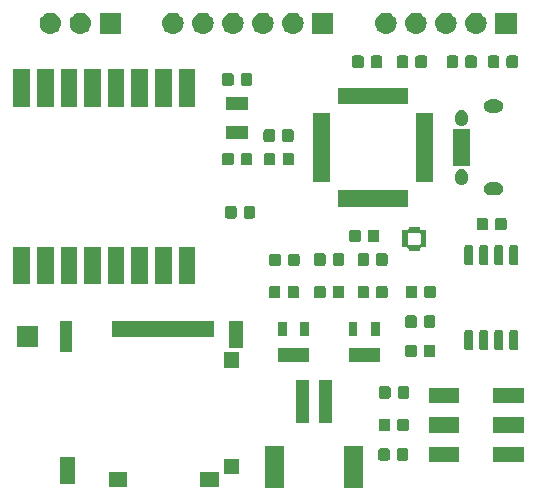
<source format=gbr>
%TF.GenerationSoftware,KiCad,Pcbnew,(6.0.0-rc1-dev-1248-ged6c68a1e)*%
%TF.CreationDate,2019-07-02T22:08:16-04:00*%
%TF.ProjectId,hummingbird,68756d6d-696e-4676-9269-72642e6b6963,rev?*%
%TF.SameCoordinates,Original*%
%TF.FileFunction,Soldermask,Top*%
%TF.FilePolarity,Negative*%
%FSLAX46Y46*%
G04 Gerber Fmt 4.6, Leading zero omitted, Abs format (unit mm)*
G04 Created by KiCad (PCBNEW (6.0.0-rc1-dev-1248-ged6c68a1e)) date 07/02/19 22:08:16*
%MOMM*%
%LPD*%
G01*
G04 APERTURE LIST*
%ADD10C,0.100000*%
G04 APERTURE END LIST*
D10*
G36*
X158651000Y-177801000D02*
X157049000Y-177801000D01*
X157049000Y-174299000D01*
X158651000Y-174299000D01*
X158651000Y-177801000D01*
X158651000Y-177801000D01*
G37*
G36*
X151951000Y-177801000D02*
X150349000Y-177801000D01*
X150349000Y-174299000D01*
X151951000Y-174299000D01*
X151951000Y-177801000D01*
X151951000Y-177801000D01*
G37*
G36*
X138711000Y-177776000D02*
X137109000Y-177776000D01*
X137109000Y-176524000D01*
X138711000Y-176524000D01*
X138711000Y-177776000D01*
X138711000Y-177776000D01*
G37*
G36*
X146491000Y-177776000D02*
X144889000Y-177776000D01*
X144889000Y-176524000D01*
X146491000Y-176524000D01*
X146491000Y-177776000D01*
X146491000Y-177776000D01*
G37*
G36*
X134231000Y-177506000D02*
X132979000Y-177506000D01*
X132979000Y-175204000D01*
X134231000Y-175204000D01*
X134231000Y-177506000D01*
X134231000Y-177506000D01*
G37*
G36*
X148121000Y-176676000D02*
X146859000Y-176676000D01*
X146859000Y-175374000D01*
X148121000Y-175374000D01*
X148121000Y-176676000D01*
X148121000Y-176676000D01*
G37*
G36*
X172301000Y-175651000D02*
X169699000Y-175651000D01*
X169699000Y-174349000D01*
X172301000Y-174349000D01*
X172301000Y-175651000D01*
X172301000Y-175651000D01*
G37*
G36*
X166801000Y-175651000D02*
X164199000Y-175651000D01*
X164199000Y-174349000D01*
X166801000Y-174349000D01*
X166801000Y-175651000D01*
X166801000Y-175651000D01*
G37*
G36*
X162342091Y-174478085D02*
X162376069Y-174488393D01*
X162407387Y-174505133D01*
X162434839Y-174527661D01*
X162457367Y-174555113D01*
X162474107Y-174586431D01*
X162484415Y-174620409D01*
X162488500Y-174661890D01*
X162488500Y-175338110D01*
X162484415Y-175379591D01*
X162474107Y-175413569D01*
X162457367Y-175444887D01*
X162434839Y-175472339D01*
X162407387Y-175494867D01*
X162376069Y-175511607D01*
X162342091Y-175521915D01*
X162300610Y-175526000D01*
X161699390Y-175526000D01*
X161657909Y-175521915D01*
X161623931Y-175511607D01*
X161592613Y-175494867D01*
X161565161Y-175472339D01*
X161542633Y-175444887D01*
X161525893Y-175413569D01*
X161515585Y-175379591D01*
X161511500Y-175338110D01*
X161511500Y-174661890D01*
X161515585Y-174620409D01*
X161525893Y-174586431D01*
X161542633Y-174555113D01*
X161565161Y-174527661D01*
X161592613Y-174505133D01*
X161623931Y-174488393D01*
X161657909Y-174478085D01*
X161699390Y-174474000D01*
X162300610Y-174474000D01*
X162342091Y-174478085D01*
X162342091Y-174478085D01*
G37*
G36*
X160767091Y-174478085D02*
X160801069Y-174488393D01*
X160832387Y-174505133D01*
X160859839Y-174527661D01*
X160882367Y-174555113D01*
X160899107Y-174586431D01*
X160909415Y-174620409D01*
X160913500Y-174661890D01*
X160913500Y-175338110D01*
X160909415Y-175379591D01*
X160899107Y-175413569D01*
X160882367Y-175444887D01*
X160859839Y-175472339D01*
X160832387Y-175494867D01*
X160801069Y-175511607D01*
X160767091Y-175521915D01*
X160725610Y-175526000D01*
X160124390Y-175526000D01*
X160082909Y-175521915D01*
X160048931Y-175511607D01*
X160017613Y-175494867D01*
X159990161Y-175472339D01*
X159967633Y-175444887D01*
X159950893Y-175413569D01*
X159940585Y-175379591D01*
X159936500Y-175338110D01*
X159936500Y-174661890D01*
X159940585Y-174620409D01*
X159950893Y-174586431D01*
X159967633Y-174555113D01*
X159990161Y-174527661D01*
X160017613Y-174505133D01*
X160048931Y-174488393D01*
X160082909Y-174478085D01*
X160124390Y-174474000D01*
X160725610Y-174474000D01*
X160767091Y-174478085D01*
X160767091Y-174478085D01*
G37*
G36*
X172301000Y-173151000D02*
X169699000Y-173151000D01*
X169699000Y-171849000D01*
X172301000Y-171849000D01*
X172301000Y-173151000D01*
X172301000Y-173151000D01*
G37*
G36*
X166801000Y-173151000D02*
X164199000Y-173151000D01*
X164199000Y-171849000D01*
X166801000Y-171849000D01*
X166801000Y-173151000D01*
X166801000Y-173151000D01*
G37*
G36*
X160804591Y-171978085D02*
X160838569Y-171988393D01*
X160869887Y-172005133D01*
X160897339Y-172027661D01*
X160919867Y-172055113D01*
X160936607Y-172086431D01*
X160946915Y-172120409D01*
X160951000Y-172161890D01*
X160951000Y-172838110D01*
X160946915Y-172879591D01*
X160936607Y-172913569D01*
X160919867Y-172944887D01*
X160897339Y-172972339D01*
X160869887Y-172994867D01*
X160838569Y-173011607D01*
X160804591Y-173021915D01*
X160763110Y-173026000D01*
X160161890Y-173026000D01*
X160120409Y-173021915D01*
X160086431Y-173011607D01*
X160055113Y-172994867D01*
X160027661Y-172972339D01*
X160005133Y-172944887D01*
X159988393Y-172913569D01*
X159978085Y-172879591D01*
X159974000Y-172838110D01*
X159974000Y-172161890D01*
X159978085Y-172120409D01*
X159988393Y-172086431D01*
X160005133Y-172055113D01*
X160027661Y-172027661D01*
X160055113Y-172005133D01*
X160086431Y-171988393D01*
X160120409Y-171978085D01*
X160161890Y-171974000D01*
X160763110Y-171974000D01*
X160804591Y-171978085D01*
X160804591Y-171978085D01*
G37*
G36*
X162379591Y-171978085D02*
X162413569Y-171988393D01*
X162444887Y-172005133D01*
X162472339Y-172027661D01*
X162494867Y-172055113D01*
X162511607Y-172086431D01*
X162521915Y-172120409D01*
X162526000Y-172161890D01*
X162526000Y-172838110D01*
X162521915Y-172879591D01*
X162511607Y-172913569D01*
X162494867Y-172944887D01*
X162472339Y-172972339D01*
X162444887Y-172994867D01*
X162413569Y-173011607D01*
X162379591Y-173021915D01*
X162338110Y-173026000D01*
X161736890Y-173026000D01*
X161695409Y-173021915D01*
X161661431Y-173011607D01*
X161630113Y-172994867D01*
X161602661Y-172972339D01*
X161580133Y-172944887D01*
X161563393Y-172913569D01*
X161553085Y-172879591D01*
X161549000Y-172838110D01*
X161549000Y-172161890D01*
X161553085Y-172120409D01*
X161563393Y-172086431D01*
X161580133Y-172055113D01*
X161602661Y-172027661D01*
X161630113Y-172005133D01*
X161661431Y-171988393D01*
X161695409Y-171978085D01*
X161736890Y-171974000D01*
X162338110Y-171974000D01*
X162379591Y-171978085D01*
X162379591Y-171978085D01*
G37*
G36*
X154051000Y-172301000D02*
X152949000Y-172301000D01*
X152949000Y-168699000D01*
X154051000Y-168699000D01*
X154051000Y-172301000D01*
X154051000Y-172301000D01*
G37*
G36*
X156051000Y-172301000D02*
X154949000Y-172301000D01*
X154949000Y-168699000D01*
X156051000Y-168699000D01*
X156051000Y-172301000D01*
X156051000Y-172301000D01*
G37*
G36*
X166801000Y-170651000D02*
X164199000Y-170651000D01*
X164199000Y-169349000D01*
X166801000Y-169349000D01*
X166801000Y-170651000D01*
X166801000Y-170651000D01*
G37*
G36*
X172301000Y-170651000D02*
X169699000Y-170651000D01*
X169699000Y-169349000D01*
X172301000Y-169349000D01*
X172301000Y-170651000D01*
X172301000Y-170651000D01*
G37*
G36*
X162417091Y-169228085D02*
X162451069Y-169238393D01*
X162482387Y-169255133D01*
X162509839Y-169277661D01*
X162532367Y-169305113D01*
X162549107Y-169336431D01*
X162559415Y-169370409D01*
X162563500Y-169411890D01*
X162563500Y-170088110D01*
X162559415Y-170129591D01*
X162549107Y-170163569D01*
X162532367Y-170194887D01*
X162509839Y-170222339D01*
X162482387Y-170244867D01*
X162451069Y-170261607D01*
X162417091Y-170271915D01*
X162375610Y-170276000D01*
X161774390Y-170276000D01*
X161732909Y-170271915D01*
X161698931Y-170261607D01*
X161667613Y-170244867D01*
X161640161Y-170222339D01*
X161617633Y-170194887D01*
X161600893Y-170163569D01*
X161590585Y-170129591D01*
X161586500Y-170088110D01*
X161586500Y-169411890D01*
X161590585Y-169370409D01*
X161600893Y-169336431D01*
X161617633Y-169305113D01*
X161640161Y-169277661D01*
X161667613Y-169255133D01*
X161698931Y-169238393D01*
X161732909Y-169228085D01*
X161774390Y-169224000D01*
X162375610Y-169224000D01*
X162417091Y-169228085D01*
X162417091Y-169228085D01*
G37*
G36*
X160842091Y-169228085D02*
X160876069Y-169238393D01*
X160907387Y-169255133D01*
X160934839Y-169277661D01*
X160957367Y-169305113D01*
X160974107Y-169336431D01*
X160984415Y-169370409D01*
X160988500Y-169411890D01*
X160988500Y-170088110D01*
X160984415Y-170129591D01*
X160974107Y-170163569D01*
X160957367Y-170194887D01*
X160934839Y-170222339D01*
X160907387Y-170244867D01*
X160876069Y-170261607D01*
X160842091Y-170271915D01*
X160800610Y-170276000D01*
X160199390Y-170276000D01*
X160157909Y-170271915D01*
X160123931Y-170261607D01*
X160092613Y-170244867D01*
X160065161Y-170222339D01*
X160042633Y-170194887D01*
X160025893Y-170163569D01*
X160015585Y-170129591D01*
X160011500Y-170088110D01*
X160011500Y-169411890D01*
X160015585Y-169370409D01*
X160025893Y-169336431D01*
X160042633Y-169305113D01*
X160065161Y-169277661D01*
X160092613Y-169255133D01*
X160123931Y-169238393D01*
X160157909Y-169228085D01*
X160199390Y-169224000D01*
X160800610Y-169224000D01*
X160842091Y-169228085D01*
X160842091Y-169228085D01*
G37*
G36*
X148121000Y-167701000D02*
X146859000Y-167701000D01*
X146859000Y-166349000D01*
X148121000Y-166349000D01*
X148121000Y-167701000D01*
X148121000Y-167701000D01*
G37*
G36*
X154076000Y-167181000D02*
X151424000Y-167181000D01*
X151424000Y-166019000D01*
X154076000Y-166019000D01*
X154076000Y-167181000D01*
X154076000Y-167181000D01*
G37*
G36*
X160076000Y-167181000D02*
X157424000Y-167181000D01*
X157424000Y-166019000D01*
X160076000Y-166019000D01*
X160076000Y-167181000D01*
X160076000Y-167181000D01*
G37*
G36*
X164629591Y-165728085D02*
X164663569Y-165738393D01*
X164694887Y-165755133D01*
X164722339Y-165777661D01*
X164744867Y-165805113D01*
X164761607Y-165836431D01*
X164771915Y-165870409D01*
X164776000Y-165911890D01*
X164776000Y-166588110D01*
X164771915Y-166629591D01*
X164761607Y-166663569D01*
X164744867Y-166694887D01*
X164722339Y-166722339D01*
X164694887Y-166744867D01*
X164663569Y-166761607D01*
X164629591Y-166771915D01*
X164588110Y-166776000D01*
X163986890Y-166776000D01*
X163945409Y-166771915D01*
X163911431Y-166761607D01*
X163880113Y-166744867D01*
X163852661Y-166722339D01*
X163830133Y-166694887D01*
X163813393Y-166663569D01*
X163803085Y-166629591D01*
X163799000Y-166588110D01*
X163799000Y-165911890D01*
X163803085Y-165870409D01*
X163813393Y-165836431D01*
X163830133Y-165805113D01*
X163852661Y-165777661D01*
X163880113Y-165755133D01*
X163911431Y-165738393D01*
X163945409Y-165728085D01*
X163986890Y-165724000D01*
X164588110Y-165724000D01*
X164629591Y-165728085D01*
X164629591Y-165728085D01*
G37*
G36*
X163054591Y-165728085D02*
X163088569Y-165738393D01*
X163119887Y-165755133D01*
X163147339Y-165777661D01*
X163169867Y-165805113D01*
X163186607Y-165836431D01*
X163196915Y-165870409D01*
X163201000Y-165911890D01*
X163201000Y-166588110D01*
X163196915Y-166629591D01*
X163186607Y-166663569D01*
X163169867Y-166694887D01*
X163147339Y-166722339D01*
X163119887Y-166744867D01*
X163088569Y-166761607D01*
X163054591Y-166771915D01*
X163013110Y-166776000D01*
X162411890Y-166776000D01*
X162370409Y-166771915D01*
X162336431Y-166761607D01*
X162305113Y-166744867D01*
X162277661Y-166722339D01*
X162255133Y-166694887D01*
X162238393Y-166663569D01*
X162228085Y-166629591D01*
X162224000Y-166588110D01*
X162224000Y-165911890D01*
X162228085Y-165870409D01*
X162238393Y-165836431D01*
X162255133Y-165805113D01*
X162277661Y-165777661D01*
X162305113Y-165755133D01*
X162336431Y-165738393D01*
X162370409Y-165728085D01*
X162411890Y-165724000D01*
X163013110Y-165724000D01*
X163054591Y-165728085D01*
X163054591Y-165728085D01*
G37*
G36*
X134031000Y-166326000D02*
X132979000Y-166326000D01*
X132979000Y-163724000D01*
X134031000Y-163724000D01*
X134031000Y-166326000D01*
X134031000Y-166326000D01*
G37*
G36*
X167854928Y-164501764D02*
X167876011Y-164508160D01*
X167895442Y-164518546D01*
X167912475Y-164532525D01*
X167926454Y-164549558D01*
X167936840Y-164568989D01*
X167943236Y-164590072D01*
X167946000Y-164618140D01*
X167946000Y-166081860D01*
X167943236Y-166109928D01*
X167936840Y-166131011D01*
X167926454Y-166150442D01*
X167912475Y-166167475D01*
X167895442Y-166181454D01*
X167876011Y-166191840D01*
X167854928Y-166198236D01*
X167826860Y-166201000D01*
X167363140Y-166201000D01*
X167335072Y-166198236D01*
X167313989Y-166191840D01*
X167294558Y-166181454D01*
X167277525Y-166167475D01*
X167263546Y-166150442D01*
X167253160Y-166131011D01*
X167246764Y-166109928D01*
X167244000Y-166081860D01*
X167244000Y-164618140D01*
X167246764Y-164590072D01*
X167253160Y-164568989D01*
X167263546Y-164549558D01*
X167277525Y-164532525D01*
X167294558Y-164518546D01*
X167313989Y-164508160D01*
X167335072Y-164501764D01*
X167363140Y-164499000D01*
X167826860Y-164499000D01*
X167854928Y-164501764D01*
X167854928Y-164501764D01*
G37*
G36*
X171664928Y-164501764D02*
X171686011Y-164508160D01*
X171705442Y-164518546D01*
X171722475Y-164532525D01*
X171736454Y-164549558D01*
X171746840Y-164568989D01*
X171753236Y-164590072D01*
X171756000Y-164618140D01*
X171756000Y-166081860D01*
X171753236Y-166109928D01*
X171746840Y-166131011D01*
X171736454Y-166150442D01*
X171722475Y-166167475D01*
X171705442Y-166181454D01*
X171686011Y-166191840D01*
X171664928Y-166198236D01*
X171636860Y-166201000D01*
X171173140Y-166201000D01*
X171145072Y-166198236D01*
X171123989Y-166191840D01*
X171104558Y-166181454D01*
X171087525Y-166167475D01*
X171073546Y-166150442D01*
X171063160Y-166131011D01*
X171056764Y-166109928D01*
X171054000Y-166081860D01*
X171054000Y-164618140D01*
X171056764Y-164590072D01*
X171063160Y-164568989D01*
X171073546Y-164549558D01*
X171087525Y-164532525D01*
X171104558Y-164518546D01*
X171123989Y-164508160D01*
X171145072Y-164501764D01*
X171173140Y-164499000D01*
X171636860Y-164499000D01*
X171664928Y-164501764D01*
X171664928Y-164501764D01*
G37*
G36*
X170394928Y-164501764D02*
X170416011Y-164508160D01*
X170435442Y-164518546D01*
X170452475Y-164532525D01*
X170466454Y-164549558D01*
X170476840Y-164568989D01*
X170483236Y-164590072D01*
X170486000Y-164618140D01*
X170486000Y-166081860D01*
X170483236Y-166109928D01*
X170476840Y-166131011D01*
X170466454Y-166150442D01*
X170452475Y-166167475D01*
X170435442Y-166181454D01*
X170416011Y-166191840D01*
X170394928Y-166198236D01*
X170366860Y-166201000D01*
X169903140Y-166201000D01*
X169875072Y-166198236D01*
X169853989Y-166191840D01*
X169834558Y-166181454D01*
X169817525Y-166167475D01*
X169803546Y-166150442D01*
X169793160Y-166131011D01*
X169786764Y-166109928D01*
X169784000Y-166081860D01*
X169784000Y-164618140D01*
X169786764Y-164590072D01*
X169793160Y-164568989D01*
X169803546Y-164549558D01*
X169817525Y-164532525D01*
X169834558Y-164518546D01*
X169853989Y-164508160D01*
X169875072Y-164501764D01*
X169903140Y-164499000D01*
X170366860Y-164499000D01*
X170394928Y-164501764D01*
X170394928Y-164501764D01*
G37*
G36*
X169124928Y-164501764D02*
X169146011Y-164508160D01*
X169165442Y-164518546D01*
X169182475Y-164532525D01*
X169196454Y-164549558D01*
X169206840Y-164568989D01*
X169213236Y-164590072D01*
X169216000Y-164618140D01*
X169216000Y-166081860D01*
X169213236Y-166109928D01*
X169206840Y-166131011D01*
X169196454Y-166150442D01*
X169182475Y-166167475D01*
X169165442Y-166181454D01*
X169146011Y-166191840D01*
X169124928Y-166198236D01*
X169096860Y-166201000D01*
X168633140Y-166201000D01*
X168605072Y-166198236D01*
X168583989Y-166191840D01*
X168564558Y-166181454D01*
X168547525Y-166167475D01*
X168533546Y-166150442D01*
X168523160Y-166131011D01*
X168516764Y-166109928D01*
X168514000Y-166081860D01*
X168514000Y-164618140D01*
X168516764Y-164590072D01*
X168523160Y-164568989D01*
X168533546Y-164549558D01*
X168547525Y-164532525D01*
X168564558Y-164518546D01*
X168583989Y-164508160D01*
X168605072Y-164501764D01*
X168633140Y-164499000D01*
X169096860Y-164499000D01*
X169124928Y-164501764D01*
X169124928Y-164501764D01*
G37*
G36*
X148521000Y-166026000D02*
X147269000Y-166026000D01*
X147269000Y-163724000D01*
X148521000Y-163724000D01*
X148521000Y-166026000D01*
X148521000Y-166026000D01*
G37*
G36*
X131151000Y-165901000D02*
X129349000Y-165901000D01*
X129349000Y-164099000D01*
X131151000Y-164099000D01*
X131151000Y-165901000D01*
X131151000Y-165901000D01*
G37*
G36*
X146001000Y-165066000D02*
X137399000Y-165066000D01*
X137399000Y-163724000D01*
X146001000Y-163724000D01*
X146001000Y-165066000D01*
X146001000Y-165066000D01*
G37*
G36*
X152176000Y-164981000D02*
X151424000Y-164981000D01*
X151424000Y-163819000D01*
X152176000Y-163819000D01*
X152176000Y-164981000D01*
X152176000Y-164981000D01*
G37*
G36*
X160076000Y-164981000D02*
X159324000Y-164981000D01*
X159324000Y-163819000D01*
X160076000Y-163819000D01*
X160076000Y-164981000D01*
X160076000Y-164981000D01*
G37*
G36*
X158176000Y-164981000D02*
X157424000Y-164981000D01*
X157424000Y-163819000D01*
X158176000Y-163819000D01*
X158176000Y-164981000D01*
X158176000Y-164981000D01*
G37*
G36*
X154076000Y-164981000D02*
X153324000Y-164981000D01*
X153324000Y-163819000D01*
X154076000Y-163819000D01*
X154076000Y-164981000D01*
X154076000Y-164981000D01*
G37*
G36*
X164629591Y-163228085D02*
X164663569Y-163238393D01*
X164694887Y-163255133D01*
X164722339Y-163277661D01*
X164744867Y-163305113D01*
X164761607Y-163336431D01*
X164771915Y-163370409D01*
X164776000Y-163411890D01*
X164776000Y-164088110D01*
X164771915Y-164129591D01*
X164761607Y-164163569D01*
X164744867Y-164194887D01*
X164722339Y-164222339D01*
X164694887Y-164244867D01*
X164663569Y-164261607D01*
X164629591Y-164271915D01*
X164588110Y-164276000D01*
X163986890Y-164276000D01*
X163945409Y-164271915D01*
X163911431Y-164261607D01*
X163880113Y-164244867D01*
X163852661Y-164222339D01*
X163830133Y-164194887D01*
X163813393Y-164163569D01*
X163803085Y-164129591D01*
X163799000Y-164088110D01*
X163799000Y-163411890D01*
X163803085Y-163370409D01*
X163813393Y-163336431D01*
X163830133Y-163305113D01*
X163852661Y-163277661D01*
X163880113Y-163255133D01*
X163911431Y-163238393D01*
X163945409Y-163228085D01*
X163986890Y-163224000D01*
X164588110Y-163224000D01*
X164629591Y-163228085D01*
X164629591Y-163228085D01*
G37*
G36*
X163054591Y-163228085D02*
X163088569Y-163238393D01*
X163119887Y-163255133D01*
X163147339Y-163277661D01*
X163169867Y-163305113D01*
X163186607Y-163336431D01*
X163196915Y-163370409D01*
X163201000Y-163411890D01*
X163201000Y-164088110D01*
X163196915Y-164129591D01*
X163186607Y-164163569D01*
X163169867Y-164194887D01*
X163147339Y-164222339D01*
X163119887Y-164244867D01*
X163088569Y-164261607D01*
X163054591Y-164271915D01*
X163013110Y-164276000D01*
X162411890Y-164276000D01*
X162370409Y-164271915D01*
X162336431Y-164261607D01*
X162305113Y-164244867D01*
X162277661Y-164222339D01*
X162255133Y-164194887D01*
X162238393Y-164163569D01*
X162228085Y-164129591D01*
X162224000Y-164088110D01*
X162224000Y-163411890D01*
X162228085Y-163370409D01*
X162238393Y-163336431D01*
X162255133Y-163305113D01*
X162277661Y-163277661D01*
X162305113Y-163255133D01*
X162336431Y-163238393D01*
X162370409Y-163228085D01*
X162411890Y-163224000D01*
X163013110Y-163224000D01*
X163054591Y-163228085D01*
X163054591Y-163228085D01*
G37*
G36*
X156917091Y-160728085D02*
X156951069Y-160738393D01*
X156982387Y-160755133D01*
X157009839Y-160777661D01*
X157032367Y-160805113D01*
X157049107Y-160836431D01*
X157059415Y-160870409D01*
X157063500Y-160911890D01*
X157063500Y-161588110D01*
X157059415Y-161629591D01*
X157049107Y-161663569D01*
X157032367Y-161694887D01*
X157009839Y-161722339D01*
X156982387Y-161744867D01*
X156951069Y-161761607D01*
X156917091Y-161771915D01*
X156875610Y-161776000D01*
X156274390Y-161776000D01*
X156232909Y-161771915D01*
X156198931Y-161761607D01*
X156167613Y-161744867D01*
X156140161Y-161722339D01*
X156117633Y-161694887D01*
X156100893Y-161663569D01*
X156090585Y-161629591D01*
X156086500Y-161588110D01*
X156086500Y-160911890D01*
X156090585Y-160870409D01*
X156100893Y-160836431D01*
X156117633Y-160805113D01*
X156140161Y-160777661D01*
X156167613Y-160755133D01*
X156198931Y-160738393D01*
X156232909Y-160728085D01*
X156274390Y-160724000D01*
X156875610Y-160724000D01*
X156917091Y-160728085D01*
X156917091Y-160728085D01*
G37*
G36*
X151517091Y-160728085D02*
X151551069Y-160738393D01*
X151582387Y-160755133D01*
X151609839Y-160777661D01*
X151632367Y-160805113D01*
X151649107Y-160836431D01*
X151659415Y-160870409D01*
X151663500Y-160911890D01*
X151663500Y-161588110D01*
X151659415Y-161629591D01*
X151649107Y-161663569D01*
X151632367Y-161694887D01*
X151609839Y-161722339D01*
X151582387Y-161744867D01*
X151551069Y-161761607D01*
X151517091Y-161771915D01*
X151475610Y-161776000D01*
X150874390Y-161776000D01*
X150832909Y-161771915D01*
X150798931Y-161761607D01*
X150767613Y-161744867D01*
X150740161Y-161722339D01*
X150717633Y-161694887D01*
X150700893Y-161663569D01*
X150690585Y-161629591D01*
X150686500Y-161588110D01*
X150686500Y-160911890D01*
X150690585Y-160870409D01*
X150700893Y-160836431D01*
X150717633Y-160805113D01*
X150740161Y-160777661D01*
X150767613Y-160755133D01*
X150798931Y-160738393D01*
X150832909Y-160728085D01*
X150874390Y-160724000D01*
X151475610Y-160724000D01*
X151517091Y-160728085D01*
X151517091Y-160728085D01*
G37*
G36*
X153092091Y-160728085D02*
X153126069Y-160738393D01*
X153157387Y-160755133D01*
X153184839Y-160777661D01*
X153207367Y-160805113D01*
X153224107Y-160836431D01*
X153234415Y-160870409D01*
X153238500Y-160911890D01*
X153238500Y-161588110D01*
X153234415Y-161629591D01*
X153224107Y-161663569D01*
X153207367Y-161694887D01*
X153184839Y-161722339D01*
X153157387Y-161744867D01*
X153126069Y-161761607D01*
X153092091Y-161771915D01*
X153050610Y-161776000D01*
X152449390Y-161776000D01*
X152407909Y-161771915D01*
X152373931Y-161761607D01*
X152342613Y-161744867D01*
X152315161Y-161722339D01*
X152292633Y-161694887D01*
X152275893Y-161663569D01*
X152265585Y-161629591D01*
X152261500Y-161588110D01*
X152261500Y-160911890D01*
X152265585Y-160870409D01*
X152275893Y-160836431D01*
X152292633Y-160805113D01*
X152315161Y-160777661D01*
X152342613Y-160755133D01*
X152373931Y-160738393D01*
X152407909Y-160728085D01*
X152449390Y-160724000D01*
X153050610Y-160724000D01*
X153092091Y-160728085D01*
X153092091Y-160728085D01*
G37*
G36*
X155342091Y-160728085D02*
X155376069Y-160738393D01*
X155407387Y-160755133D01*
X155434839Y-160777661D01*
X155457367Y-160805113D01*
X155474107Y-160836431D01*
X155484415Y-160870409D01*
X155488500Y-160911890D01*
X155488500Y-161588110D01*
X155484415Y-161629591D01*
X155474107Y-161663569D01*
X155457367Y-161694887D01*
X155434839Y-161722339D01*
X155407387Y-161744867D01*
X155376069Y-161761607D01*
X155342091Y-161771915D01*
X155300610Y-161776000D01*
X154699390Y-161776000D01*
X154657909Y-161771915D01*
X154623931Y-161761607D01*
X154592613Y-161744867D01*
X154565161Y-161722339D01*
X154542633Y-161694887D01*
X154525893Y-161663569D01*
X154515585Y-161629591D01*
X154511500Y-161588110D01*
X154511500Y-160911890D01*
X154515585Y-160870409D01*
X154525893Y-160836431D01*
X154542633Y-160805113D01*
X154565161Y-160777661D01*
X154592613Y-160755133D01*
X154623931Y-160738393D01*
X154657909Y-160728085D01*
X154699390Y-160724000D01*
X155300610Y-160724000D01*
X155342091Y-160728085D01*
X155342091Y-160728085D01*
G37*
G36*
X164667091Y-160728085D02*
X164701069Y-160738393D01*
X164732387Y-160755133D01*
X164759839Y-160777661D01*
X164782367Y-160805113D01*
X164799107Y-160836431D01*
X164809415Y-160870409D01*
X164813500Y-160911890D01*
X164813500Y-161588110D01*
X164809415Y-161629591D01*
X164799107Y-161663569D01*
X164782367Y-161694887D01*
X164759839Y-161722339D01*
X164732387Y-161744867D01*
X164701069Y-161761607D01*
X164667091Y-161771915D01*
X164625610Y-161776000D01*
X164024390Y-161776000D01*
X163982909Y-161771915D01*
X163948931Y-161761607D01*
X163917613Y-161744867D01*
X163890161Y-161722339D01*
X163867633Y-161694887D01*
X163850893Y-161663569D01*
X163840585Y-161629591D01*
X163836500Y-161588110D01*
X163836500Y-160911890D01*
X163840585Y-160870409D01*
X163850893Y-160836431D01*
X163867633Y-160805113D01*
X163890161Y-160777661D01*
X163917613Y-160755133D01*
X163948931Y-160738393D01*
X163982909Y-160728085D01*
X164024390Y-160724000D01*
X164625610Y-160724000D01*
X164667091Y-160728085D01*
X164667091Y-160728085D01*
G37*
G36*
X163092091Y-160728085D02*
X163126069Y-160738393D01*
X163157387Y-160755133D01*
X163184839Y-160777661D01*
X163207367Y-160805113D01*
X163224107Y-160836431D01*
X163234415Y-160870409D01*
X163238500Y-160911890D01*
X163238500Y-161588110D01*
X163234415Y-161629591D01*
X163224107Y-161663569D01*
X163207367Y-161694887D01*
X163184839Y-161722339D01*
X163157387Y-161744867D01*
X163126069Y-161761607D01*
X163092091Y-161771915D01*
X163050610Y-161776000D01*
X162449390Y-161776000D01*
X162407909Y-161771915D01*
X162373931Y-161761607D01*
X162342613Y-161744867D01*
X162315161Y-161722339D01*
X162292633Y-161694887D01*
X162275893Y-161663569D01*
X162265585Y-161629591D01*
X162261500Y-161588110D01*
X162261500Y-160911890D01*
X162265585Y-160870409D01*
X162275893Y-160836431D01*
X162292633Y-160805113D01*
X162315161Y-160777661D01*
X162342613Y-160755133D01*
X162373931Y-160738393D01*
X162407909Y-160728085D01*
X162449390Y-160724000D01*
X163050610Y-160724000D01*
X163092091Y-160728085D01*
X163092091Y-160728085D01*
G37*
G36*
X159017091Y-160728085D02*
X159051069Y-160738393D01*
X159082387Y-160755133D01*
X159109839Y-160777661D01*
X159132367Y-160805113D01*
X159149107Y-160836431D01*
X159159415Y-160870409D01*
X159163500Y-160911890D01*
X159163500Y-161588110D01*
X159159415Y-161629591D01*
X159149107Y-161663569D01*
X159132367Y-161694887D01*
X159109839Y-161722339D01*
X159082387Y-161744867D01*
X159051069Y-161761607D01*
X159017091Y-161771915D01*
X158975610Y-161776000D01*
X158374390Y-161776000D01*
X158332909Y-161771915D01*
X158298931Y-161761607D01*
X158267613Y-161744867D01*
X158240161Y-161722339D01*
X158217633Y-161694887D01*
X158200893Y-161663569D01*
X158190585Y-161629591D01*
X158186500Y-161588110D01*
X158186500Y-160911890D01*
X158190585Y-160870409D01*
X158200893Y-160836431D01*
X158217633Y-160805113D01*
X158240161Y-160777661D01*
X158267613Y-160755133D01*
X158298931Y-160738393D01*
X158332909Y-160728085D01*
X158374390Y-160724000D01*
X158975610Y-160724000D01*
X159017091Y-160728085D01*
X159017091Y-160728085D01*
G37*
G36*
X160592091Y-160728085D02*
X160626069Y-160738393D01*
X160657387Y-160755133D01*
X160684839Y-160777661D01*
X160707367Y-160805113D01*
X160724107Y-160836431D01*
X160734415Y-160870409D01*
X160738500Y-160911890D01*
X160738500Y-161588110D01*
X160734415Y-161629591D01*
X160724107Y-161663569D01*
X160707367Y-161694887D01*
X160684839Y-161722339D01*
X160657387Y-161744867D01*
X160626069Y-161761607D01*
X160592091Y-161771915D01*
X160550610Y-161776000D01*
X159949390Y-161776000D01*
X159907909Y-161771915D01*
X159873931Y-161761607D01*
X159842613Y-161744867D01*
X159815161Y-161722339D01*
X159792633Y-161694887D01*
X159775893Y-161663569D01*
X159765585Y-161629591D01*
X159761500Y-161588110D01*
X159761500Y-160911890D01*
X159765585Y-160870409D01*
X159775893Y-160836431D01*
X159792633Y-160805113D01*
X159815161Y-160777661D01*
X159842613Y-160755133D01*
X159873931Y-160738393D01*
X159907909Y-160728085D01*
X159949390Y-160724000D01*
X160550610Y-160724000D01*
X160592091Y-160728085D01*
X160592091Y-160728085D01*
G37*
G36*
X132452320Y-160599550D02*
X131050240Y-160599550D01*
X131050240Y-157396610D01*
X132452320Y-157396610D01*
X132452320Y-160599550D01*
X132452320Y-160599550D01*
G37*
G36*
X134451300Y-160599550D02*
X133049220Y-160599550D01*
X133049220Y-157396610D01*
X134451300Y-157396610D01*
X134451300Y-160599550D01*
X134451300Y-160599550D01*
G37*
G36*
X136452820Y-160599550D02*
X135050740Y-160599550D01*
X135050740Y-157396610D01*
X136452820Y-157396610D01*
X136452820Y-160599550D01*
X136452820Y-160599550D01*
G37*
G36*
X138449260Y-160599550D02*
X137047180Y-160599550D01*
X137047180Y-157396610D01*
X138449260Y-157396610D01*
X138449260Y-160599550D01*
X138449260Y-160599550D01*
G37*
G36*
X140450780Y-160599550D02*
X139048700Y-160599550D01*
X139048700Y-157396610D01*
X140450780Y-157396610D01*
X140450780Y-160599550D01*
X140450780Y-160599550D01*
G37*
G36*
X142449760Y-160599550D02*
X141047680Y-160599550D01*
X141047680Y-157396610D01*
X142449760Y-157396610D01*
X142449760Y-160599550D01*
X142449760Y-160599550D01*
G37*
G36*
X130453340Y-160599550D02*
X129051260Y-160599550D01*
X129051260Y-157396610D01*
X130453340Y-157396610D01*
X130453340Y-160599550D01*
X130453340Y-160599550D01*
G37*
G36*
X144448740Y-160599550D02*
X143046660Y-160599550D01*
X143046660Y-157396610D01*
X144448740Y-157396610D01*
X144448740Y-160599550D01*
X144448740Y-160599550D01*
G37*
G36*
X151554591Y-158003086D02*
X151588569Y-158013394D01*
X151619887Y-158030134D01*
X151647339Y-158052662D01*
X151669867Y-158080114D01*
X151686607Y-158111432D01*
X151696915Y-158145410D01*
X151701000Y-158186891D01*
X151701000Y-158863111D01*
X151696915Y-158904592D01*
X151686607Y-158938570D01*
X151669867Y-158969888D01*
X151647339Y-158997340D01*
X151619887Y-159019868D01*
X151588569Y-159036608D01*
X151554591Y-159046916D01*
X151513110Y-159051001D01*
X150911890Y-159051001D01*
X150870409Y-159046916D01*
X150836431Y-159036608D01*
X150805113Y-159019868D01*
X150777661Y-158997340D01*
X150755133Y-158969888D01*
X150738393Y-158938570D01*
X150728085Y-158904592D01*
X150724000Y-158863111D01*
X150724000Y-158186891D01*
X150728085Y-158145410D01*
X150738393Y-158111432D01*
X150755133Y-158080114D01*
X150777661Y-158052662D01*
X150805113Y-158030134D01*
X150836431Y-158013394D01*
X150870409Y-158003086D01*
X150911890Y-157999001D01*
X151513110Y-157999001D01*
X151554591Y-158003086D01*
X151554591Y-158003086D01*
G37*
G36*
X153129591Y-158003086D02*
X153163569Y-158013394D01*
X153194887Y-158030134D01*
X153222339Y-158052662D01*
X153244867Y-158080114D01*
X153261607Y-158111432D01*
X153271915Y-158145410D01*
X153276000Y-158186891D01*
X153276000Y-158863111D01*
X153271915Y-158904592D01*
X153261607Y-158938570D01*
X153244867Y-158969888D01*
X153222339Y-158997340D01*
X153194887Y-159019868D01*
X153163569Y-159036608D01*
X153129591Y-159046916D01*
X153088110Y-159051001D01*
X152486890Y-159051001D01*
X152445409Y-159046916D01*
X152411431Y-159036608D01*
X152380113Y-159019868D01*
X152352661Y-158997340D01*
X152330133Y-158969888D01*
X152313393Y-158938570D01*
X152303085Y-158904592D01*
X152299000Y-158863111D01*
X152299000Y-158186891D01*
X152303085Y-158145410D01*
X152313393Y-158111432D01*
X152330133Y-158080114D01*
X152352661Y-158052662D01*
X152380113Y-158030134D01*
X152411431Y-158013394D01*
X152445409Y-158003086D01*
X152486890Y-157999001D01*
X153088110Y-157999001D01*
X153129591Y-158003086D01*
X153129591Y-158003086D01*
G37*
G36*
X156917091Y-157978085D02*
X156951069Y-157988393D01*
X156982387Y-158005133D01*
X157009839Y-158027661D01*
X157032367Y-158055113D01*
X157049107Y-158086431D01*
X157059415Y-158120409D01*
X157063500Y-158161890D01*
X157063500Y-158838110D01*
X157059415Y-158879591D01*
X157049107Y-158913569D01*
X157032367Y-158944887D01*
X157009839Y-158972339D01*
X156982387Y-158994867D01*
X156951069Y-159011607D01*
X156917091Y-159021915D01*
X156875610Y-159026000D01*
X156274390Y-159026000D01*
X156232909Y-159021915D01*
X156198931Y-159011607D01*
X156167613Y-158994867D01*
X156140161Y-158972339D01*
X156117633Y-158944887D01*
X156100893Y-158913569D01*
X156090585Y-158879591D01*
X156086500Y-158838110D01*
X156086500Y-158161890D01*
X156090585Y-158120409D01*
X156100893Y-158086431D01*
X156117633Y-158055113D01*
X156140161Y-158027661D01*
X156167613Y-158005133D01*
X156198931Y-157988393D01*
X156232909Y-157978085D01*
X156274390Y-157974000D01*
X156875610Y-157974000D01*
X156917091Y-157978085D01*
X156917091Y-157978085D01*
G37*
G36*
X155342091Y-157978085D02*
X155376069Y-157988393D01*
X155407387Y-158005133D01*
X155434839Y-158027661D01*
X155457367Y-158055113D01*
X155474107Y-158086431D01*
X155484415Y-158120409D01*
X155488500Y-158161890D01*
X155488500Y-158838110D01*
X155484415Y-158879591D01*
X155474107Y-158913569D01*
X155457367Y-158944887D01*
X155434839Y-158972339D01*
X155407387Y-158994867D01*
X155376069Y-159011607D01*
X155342091Y-159021915D01*
X155300610Y-159026000D01*
X154699390Y-159026000D01*
X154657909Y-159021915D01*
X154623931Y-159011607D01*
X154592613Y-158994867D01*
X154565161Y-158972339D01*
X154542633Y-158944887D01*
X154525893Y-158913569D01*
X154515585Y-158879591D01*
X154511500Y-158838110D01*
X154511500Y-158161890D01*
X154515585Y-158120409D01*
X154525893Y-158086431D01*
X154542633Y-158055113D01*
X154565161Y-158027661D01*
X154592613Y-158005133D01*
X154623931Y-157988393D01*
X154657909Y-157978085D01*
X154699390Y-157974000D01*
X155300610Y-157974000D01*
X155342091Y-157978085D01*
X155342091Y-157978085D01*
G37*
G36*
X160592091Y-157978085D02*
X160626069Y-157988393D01*
X160657387Y-158005133D01*
X160684839Y-158027661D01*
X160707367Y-158055113D01*
X160724107Y-158086431D01*
X160734415Y-158120409D01*
X160738500Y-158161890D01*
X160738500Y-158838110D01*
X160734415Y-158879591D01*
X160724107Y-158913569D01*
X160707367Y-158944887D01*
X160684839Y-158972339D01*
X160657387Y-158994867D01*
X160626069Y-159011607D01*
X160592091Y-159021915D01*
X160550610Y-159026000D01*
X159949390Y-159026000D01*
X159907909Y-159021915D01*
X159873931Y-159011607D01*
X159842613Y-158994867D01*
X159815161Y-158972339D01*
X159792633Y-158944887D01*
X159775893Y-158913569D01*
X159765585Y-158879591D01*
X159761500Y-158838110D01*
X159761500Y-158161890D01*
X159765585Y-158120409D01*
X159775893Y-158086431D01*
X159792633Y-158055113D01*
X159815161Y-158027661D01*
X159842613Y-158005133D01*
X159873931Y-157988393D01*
X159907909Y-157978085D01*
X159949390Y-157974000D01*
X160550610Y-157974000D01*
X160592091Y-157978085D01*
X160592091Y-157978085D01*
G37*
G36*
X159017091Y-157978085D02*
X159051069Y-157988393D01*
X159082387Y-158005133D01*
X159109839Y-158027661D01*
X159132367Y-158055113D01*
X159149107Y-158086431D01*
X159159415Y-158120409D01*
X159163500Y-158161890D01*
X159163500Y-158838110D01*
X159159415Y-158879591D01*
X159149107Y-158913569D01*
X159132367Y-158944887D01*
X159109839Y-158972339D01*
X159082387Y-158994867D01*
X159051069Y-159011607D01*
X159017091Y-159021915D01*
X158975610Y-159026000D01*
X158374390Y-159026000D01*
X158332909Y-159021915D01*
X158298931Y-159011607D01*
X158267613Y-158994867D01*
X158240161Y-158972339D01*
X158217633Y-158944887D01*
X158200893Y-158913569D01*
X158190585Y-158879591D01*
X158186500Y-158838110D01*
X158186500Y-158161890D01*
X158190585Y-158120409D01*
X158200893Y-158086431D01*
X158217633Y-158055113D01*
X158240161Y-158027661D01*
X158267613Y-158005133D01*
X158298931Y-157988393D01*
X158332909Y-157978085D01*
X158374390Y-157974000D01*
X158975610Y-157974000D01*
X159017091Y-157978085D01*
X159017091Y-157978085D01*
G37*
G36*
X167854928Y-157301764D02*
X167876011Y-157308160D01*
X167895442Y-157318546D01*
X167912475Y-157332525D01*
X167926454Y-157349558D01*
X167936840Y-157368989D01*
X167943236Y-157390072D01*
X167946000Y-157418140D01*
X167946000Y-158881860D01*
X167943236Y-158909928D01*
X167936840Y-158931011D01*
X167926454Y-158950442D01*
X167912475Y-158967475D01*
X167895442Y-158981454D01*
X167876011Y-158991840D01*
X167854928Y-158998236D01*
X167826860Y-159001000D01*
X167363140Y-159001000D01*
X167335072Y-158998236D01*
X167313989Y-158991840D01*
X167294558Y-158981454D01*
X167277525Y-158967475D01*
X167263546Y-158950442D01*
X167253160Y-158931011D01*
X167246764Y-158909928D01*
X167244000Y-158881860D01*
X167244000Y-157418140D01*
X167246764Y-157390072D01*
X167253160Y-157368989D01*
X167263546Y-157349558D01*
X167277525Y-157332525D01*
X167294558Y-157318546D01*
X167313989Y-157308160D01*
X167335072Y-157301764D01*
X167363140Y-157299000D01*
X167826860Y-157299000D01*
X167854928Y-157301764D01*
X167854928Y-157301764D01*
G37*
G36*
X170394928Y-157301764D02*
X170416011Y-157308160D01*
X170435442Y-157318546D01*
X170452475Y-157332525D01*
X170466454Y-157349558D01*
X170476840Y-157368989D01*
X170483236Y-157390072D01*
X170486000Y-157418140D01*
X170486000Y-158881860D01*
X170483236Y-158909928D01*
X170476840Y-158931011D01*
X170466454Y-158950442D01*
X170452475Y-158967475D01*
X170435442Y-158981454D01*
X170416011Y-158991840D01*
X170394928Y-158998236D01*
X170366860Y-159001000D01*
X169903140Y-159001000D01*
X169875072Y-158998236D01*
X169853989Y-158991840D01*
X169834558Y-158981454D01*
X169817525Y-158967475D01*
X169803546Y-158950442D01*
X169793160Y-158931011D01*
X169786764Y-158909928D01*
X169784000Y-158881860D01*
X169784000Y-157418140D01*
X169786764Y-157390072D01*
X169793160Y-157368989D01*
X169803546Y-157349558D01*
X169817525Y-157332525D01*
X169834558Y-157318546D01*
X169853989Y-157308160D01*
X169875072Y-157301764D01*
X169903140Y-157299000D01*
X170366860Y-157299000D01*
X170394928Y-157301764D01*
X170394928Y-157301764D01*
G37*
G36*
X169124928Y-157301764D02*
X169146011Y-157308160D01*
X169165442Y-157318546D01*
X169182475Y-157332525D01*
X169196454Y-157349558D01*
X169206840Y-157368989D01*
X169213236Y-157390072D01*
X169216000Y-157418140D01*
X169216000Y-158881860D01*
X169213236Y-158909928D01*
X169206840Y-158931011D01*
X169196454Y-158950442D01*
X169182475Y-158967475D01*
X169165442Y-158981454D01*
X169146011Y-158991840D01*
X169124928Y-158998236D01*
X169096860Y-159001000D01*
X168633140Y-159001000D01*
X168605072Y-158998236D01*
X168583989Y-158991840D01*
X168564558Y-158981454D01*
X168547525Y-158967475D01*
X168533546Y-158950442D01*
X168523160Y-158931011D01*
X168516764Y-158909928D01*
X168514000Y-158881860D01*
X168514000Y-157418140D01*
X168516764Y-157390072D01*
X168523160Y-157368989D01*
X168533546Y-157349558D01*
X168547525Y-157332525D01*
X168564558Y-157318546D01*
X168583989Y-157308160D01*
X168605072Y-157301764D01*
X168633140Y-157299000D01*
X169096860Y-157299000D01*
X169124928Y-157301764D01*
X169124928Y-157301764D01*
G37*
G36*
X171664928Y-157301764D02*
X171686011Y-157308160D01*
X171705442Y-157318546D01*
X171722475Y-157332525D01*
X171736454Y-157349558D01*
X171746840Y-157368989D01*
X171753236Y-157390072D01*
X171756000Y-157418140D01*
X171756000Y-158881860D01*
X171753236Y-158909928D01*
X171746840Y-158931011D01*
X171736454Y-158950442D01*
X171722475Y-158967475D01*
X171705442Y-158981454D01*
X171686011Y-158991840D01*
X171664928Y-158998236D01*
X171636860Y-159001000D01*
X171173140Y-159001000D01*
X171145072Y-158998236D01*
X171123989Y-158991840D01*
X171104558Y-158981454D01*
X171087525Y-158967475D01*
X171073546Y-158950442D01*
X171063160Y-158931011D01*
X171056764Y-158909928D01*
X171054000Y-158881860D01*
X171054000Y-157418140D01*
X171056764Y-157390072D01*
X171063160Y-157368989D01*
X171073546Y-157349558D01*
X171087525Y-157332525D01*
X171104558Y-157318546D01*
X171123989Y-157308160D01*
X171145072Y-157301764D01*
X171173140Y-157299000D01*
X171636860Y-157299000D01*
X171664928Y-157301764D01*
X171664928Y-157301764D01*
G37*
G36*
X163491000Y-155899000D02*
X163493402Y-155923386D01*
X163500515Y-155946835D01*
X163512066Y-155968446D01*
X163527612Y-155987388D01*
X163546554Y-156002934D01*
X163568165Y-156014485D01*
X163591614Y-156021598D01*
X163616000Y-156024000D01*
X164006000Y-156024000D01*
X164006000Y-157476000D01*
X163616000Y-157476000D01*
X163591614Y-157478402D01*
X163568165Y-157485515D01*
X163546554Y-157497066D01*
X163527612Y-157512612D01*
X163512066Y-157531554D01*
X163500515Y-157553165D01*
X163493402Y-157576614D01*
X163491000Y-157601000D01*
X163491000Y-157741000D01*
X162509000Y-157741000D01*
X162509000Y-157601000D01*
X162506598Y-157576614D01*
X162499485Y-157553165D01*
X162487934Y-157531554D01*
X162472388Y-157512612D01*
X162453446Y-157497066D01*
X162431835Y-157485515D01*
X162408386Y-157478402D01*
X162384000Y-157476000D01*
X161994000Y-157476000D01*
X161994000Y-156336000D01*
X162476000Y-156336000D01*
X162476000Y-157164000D01*
X162478402Y-157188386D01*
X162485515Y-157211835D01*
X162497066Y-157233446D01*
X162512612Y-157252388D01*
X162531554Y-157267934D01*
X162553165Y-157279485D01*
X162576614Y-157286598D01*
X162601000Y-157289000D01*
X163399000Y-157289000D01*
X163423386Y-157286598D01*
X163446835Y-157279485D01*
X163468446Y-157267934D01*
X163487388Y-157252388D01*
X163502934Y-157233446D01*
X163514485Y-157211835D01*
X163521598Y-157188386D01*
X163524000Y-157164000D01*
X163524000Y-156336000D01*
X163521598Y-156311614D01*
X163514485Y-156288165D01*
X163502934Y-156266554D01*
X163487388Y-156247612D01*
X163468446Y-156232066D01*
X163446835Y-156220515D01*
X163423386Y-156213402D01*
X163399000Y-156211000D01*
X162601000Y-156211000D01*
X162576614Y-156213402D01*
X162553165Y-156220515D01*
X162531554Y-156232066D01*
X162512612Y-156247612D01*
X162497066Y-156266554D01*
X162485515Y-156288165D01*
X162478402Y-156311614D01*
X162476000Y-156336000D01*
X161994000Y-156336000D01*
X161994000Y-156024000D01*
X162384000Y-156024000D01*
X162408386Y-156021598D01*
X162431835Y-156014485D01*
X162453446Y-156002934D01*
X162472388Y-155987388D01*
X162487934Y-155968446D01*
X162499485Y-155946835D01*
X162506598Y-155923386D01*
X162509000Y-155899000D01*
X162509000Y-155759000D01*
X163491000Y-155759000D01*
X163491000Y-155899000D01*
X163491000Y-155899000D01*
G37*
G36*
X158304591Y-155978085D02*
X158338569Y-155988393D01*
X158369887Y-156005133D01*
X158397339Y-156027661D01*
X158419867Y-156055113D01*
X158436607Y-156086431D01*
X158446915Y-156120409D01*
X158451000Y-156161890D01*
X158451000Y-156838110D01*
X158446915Y-156879591D01*
X158436607Y-156913569D01*
X158419867Y-156944887D01*
X158397339Y-156972339D01*
X158369887Y-156994867D01*
X158338569Y-157011607D01*
X158304591Y-157021915D01*
X158263110Y-157026000D01*
X157661890Y-157026000D01*
X157620409Y-157021915D01*
X157586431Y-157011607D01*
X157555113Y-156994867D01*
X157527661Y-156972339D01*
X157505133Y-156944887D01*
X157488393Y-156913569D01*
X157478085Y-156879591D01*
X157474000Y-156838110D01*
X157474000Y-156161890D01*
X157478085Y-156120409D01*
X157488393Y-156086431D01*
X157505133Y-156055113D01*
X157527661Y-156027661D01*
X157555113Y-156005133D01*
X157586431Y-155988393D01*
X157620409Y-155978085D01*
X157661890Y-155974000D01*
X158263110Y-155974000D01*
X158304591Y-155978085D01*
X158304591Y-155978085D01*
G37*
G36*
X159879591Y-155978085D02*
X159913569Y-155988393D01*
X159944887Y-156005133D01*
X159972339Y-156027661D01*
X159994867Y-156055113D01*
X160011607Y-156086431D01*
X160021915Y-156120409D01*
X160026000Y-156161890D01*
X160026000Y-156838110D01*
X160021915Y-156879591D01*
X160011607Y-156913569D01*
X159994867Y-156944887D01*
X159972339Y-156972339D01*
X159944887Y-156994867D01*
X159913569Y-157011607D01*
X159879591Y-157021915D01*
X159838110Y-157026000D01*
X159236890Y-157026000D01*
X159195409Y-157021915D01*
X159161431Y-157011607D01*
X159130113Y-156994867D01*
X159102661Y-156972339D01*
X159080133Y-156944887D01*
X159063393Y-156913569D01*
X159053085Y-156879591D01*
X159049000Y-156838110D01*
X159049000Y-156161890D01*
X159053085Y-156120409D01*
X159063393Y-156086431D01*
X159080133Y-156055113D01*
X159102661Y-156027661D01*
X159130113Y-156005133D01*
X159161431Y-155988393D01*
X159195409Y-155978085D01*
X159236890Y-155974000D01*
X159838110Y-155974000D01*
X159879591Y-155978085D01*
X159879591Y-155978085D01*
G37*
G36*
X169092091Y-154978085D02*
X169126069Y-154988393D01*
X169157387Y-155005133D01*
X169184839Y-155027661D01*
X169207367Y-155055113D01*
X169224107Y-155086431D01*
X169234415Y-155120409D01*
X169238500Y-155161890D01*
X169238500Y-155838110D01*
X169234415Y-155879591D01*
X169224107Y-155913569D01*
X169207367Y-155944887D01*
X169184839Y-155972339D01*
X169157387Y-155994867D01*
X169126069Y-156011607D01*
X169092091Y-156021915D01*
X169050610Y-156026000D01*
X168449390Y-156026000D01*
X168407909Y-156021915D01*
X168373931Y-156011607D01*
X168342613Y-155994867D01*
X168315161Y-155972339D01*
X168292633Y-155944887D01*
X168275893Y-155913569D01*
X168265585Y-155879591D01*
X168261500Y-155838110D01*
X168261500Y-155161890D01*
X168265585Y-155120409D01*
X168275893Y-155086431D01*
X168292633Y-155055113D01*
X168315161Y-155027661D01*
X168342613Y-155005133D01*
X168373931Y-154988393D01*
X168407909Y-154978085D01*
X168449390Y-154974000D01*
X169050610Y-154974000D01*
X169092091Y-154978085D01*
X169092091Y-154978085D01*
G37*
G36*
X170667091Y-154978085D02*
X170701069Y-154988393D01*
X170732387Y-155005133D01*
X170759839Y-155027661D01*
X170782367Y-155055113D01*
X170799107Y-155086431D01*
X170809415Y-155120409D01*
X170813500Y-155161890D01*
X170813500Y-155838110D01*
X170809415Y-155879591D01*
X170799107Y-155913569D01*
X170782367Y-155944887D01*
X170759839Y-155972339D01*
X170732387Y-155994867D01*
X170701069Y-156011607D01*
X170667091Y-156021915D01*
X170625610Y-156026000D01*
X170024390Y-156026000D01*
X169982909Y-156021915D01*
X169948931Y-156011607D01*
X169917613Y-155994867D01*
X169890161Y-155972339D01*
X169867633Y-155944887D01*
X169850893Y-155913569D01*
X169840585Y-155879591D01*
X169836500Y-155838110D01*
X169836500Y-155161890D01*
X169840585Y-155120409D01*
X169850893Y-155086431D01*
X169867633Y-155055113D01*
X169890161Y-155027661D01*
X169917613Y-155005133D01*
X169948931Y-154988393D01*
X169982909Y-154978085D01*
X170024390Y-154974000D01*
X170625610Y-154974000D01*
X170667091Y-154978085D01*
X170667091Y-154978085D01*
G37*
G36*
X147804591Y-153978085D02*
X147838569Y-153988393D01*
X147869887Y-154005133D01*
X147897339Y-154027661D01*
X147919867Y-154055113D01*
X147936607Y-154086431D01*
X147946915Y-154120409D01*
X147951000Y-154161890D01*
X147951000Y-154838110D01*
X147946915Y-154879591D01*
X147936607Y-154913569D01*
X147919867Y-154944887D01*
X147897339Y-154972339D01*
X147869887Y-154994867D01*
X147838569Y-155011607D01*
X147804591Y-155021915D01*
X147763110Y-155026000D01*
X147161890Y-155026000D01*
X147120409Y-155021915D01*
X147086431Y-155011607D01*
X147055113Y-154994867D01*
X147027661Y-154972339D01*
X147005133Y-154944887D01*
X146988393Y-154913569D01*
X146978085Y-154879591D01*
X146974000Y-154838110D01*
X146974000Y-154161890D01*
X146978085Y-154120409D01*
X146988393Y-154086431D01*
X147005133Y-154055113D01*
X147027661Y-154027661D01*
X147055113Y-154005133D01*
X147086431Y-153988393D01*
X147120409Y-153978085D01*
X147161890Y-153974000D01*
X147763110Y-153974000D01*
X147804591Y-153978085D01*
X147804591Y-153978085D01*
G37*
G36*
X149379591Y-153978085D02*
X149413569Y-153988393D01*
X149444887Y-154005133D01*
X149472339Y-154027661D01*
X149494867Y-154055113D01*
X149511607Y-154086431D01*
X149521915Y-154120409D01*
X149526000Y-154161890D01*
X149526000Y-154838110D01*
X149521915Y-154879591D01*
X149511607Y-154913569D01*
X149494867Y-154944887D01*
X149472339Y-154972339D01*
X149444887Y-154994867D01*
X149413569Y-155011607D01*
X149379591Y-155021915D01*
X149338110Y-155026000D01*
X148736890Y-155026000D01*
X148695409Y-155021915D01*
X148661431Y-155011607D01*
X148630113Y-154994867D01*
X148602661Y-154972339D01*
X148580133Y-154944887D01*
X148563393Y-154913569D01*
X148553085Y-154879591D01*
X148549000Y-154838110D01*
X148549000Y-154161890D01*
X148553085Y-154120409D01*
X148563393Y-154086431D01*
X148580133Y-154055113D01*
X148602661Y-154027661D01*
X148630113Y-154005133D01*
X148661431Y-153988393D01*
X148695409Y-153978085D01*
X148736890Y-153974000D01*
X149338110Y-153974000D01*
X149379591Y-153978085D01*
X149379591Y-153978085D01*
G37*
G36*
X162426000Y-154051000D02*
X156574000Y-154051000D01*
X156574000Y-152649000D01*
X162426000Y-152649000D01*
X162426000Y-154051000D01*
X162426000Y-154051000D01*
G37*
G36*
X170083015Y-151956973D02*
X170186879Y-151988479D01*
X170282600Y-152039644D01*
X170366501Y-152108499D01*
X170435356Y-152192400D01*
X170486521Y-152288121D01*
X170518027Y-152391985D01*
X170528666Y-152500000D01*
X170518027Y-152608015D01*
X170486521Y-152711879D01*
X170435356Y-152807600D01*
X170366501Y-152891501D01*
X170282600Y-152960356D01*
X170186879Y-153011521D01*
X170083015Y-153043027D01*
X170002067Y-153051000D01*
X169397933Y-153051000D01*
X169316985Y-153043027D01*
X169213121Y-153011521D01*
X169117400Y-152960356D01*
X169033499Y-152891501D01*
X168964644Y-152807600D01*
X168913479Y-152711879D01*
X168881973Y-152608015D01*
X168871334Y-152500000D01*
X168881973Y-152391985D01*
X168913479Y-152288121D01*
X168964644Y-152192400D01*
X169033499Y-152108499D01*
X169117400Y-152039644D01*
X169213121Y-151988479D01*
X169316985Y-151956973D01*
X169397933Y-151949000D01*
X170002067Y-151949000D01*
X170083015Y-151956973D01*
X170083015Y-151956973D01*
G37*
G36*
X167103113Y-150831611D02*
X167202264Y-150861688D01*
X167293644Y-150910531D01*
X167373738Y-150976262D01*
X167439469Y-151056356D01*
X167488312Y-151147735D01*
X167518389Y-151246886D01*
X167526000Y-151324161D01*
X167526000Y-151675838D01*
X167518389Y-151753113D01*
X167488312Y-151852264D01*
X167439469Y-151943644D01*
X167373738Y-152023738D01*
X167293644Y-152089469D01*
X167202265Y-152138312D01*
X167103114Y-152168389D01*
X167000000Y-152178545D01*
X166896887Y-152168389D01*
X166797736Y-152138312D01*
X166706357Y-152089469D01*
X166626263Y-152023738D01*
X166560532Y-151943644D01*
X166511689Y-151852265D01*
X166481611Y-151753114D01*
X166474000Y-151675839D01*
X166474000Y-151324162D01*
X166481611Y-151246887D01*
X166511688Y-151147736D01*
X166560531Y-151056356D01*
X166626262Y-150976262D01*
X166706356Y-150910531D01*
X166797735Y-150861688D01*
X166896886Y-150831611D01*
X167000000Y-150821455D01*
X167103113Y-150831611D01*
X167103113Y-150831611D01*
G37*
G36*
X155851000Y-151926000D02*
X154449000Y-151926000D01*
X154449000Y-146074000D01*
X155851000Y-146074000D01*
X155851000Y-151926000D01*
X155851000Y-151926000D01*
G37*
G36*
X164551000Y-151926000D02*
X163149000Y-151926000D01*
X163149000Y-146074000D01*
X164551000Y-146074000D01*
X164551000Y-151926000D01*
X164551000Y-151926000D01*
G37*
G36*
X167726000Y-150551000D02*
X166274000Y-150551000D01*
X166274000Y-147449000D01*
X167726000Y-147449000D01*
X167726000Y-150551000D01*
X167726000Y-150551000D01*
G37*
G36*
X151092091Y-149478085D02*
X151126069Y-149488393D01*
X151157387Y-149505133D01*
X151184839Y-149527661D01*
X151207367Y-149555113D01*
X151224107Y-149586431D01*
X151234415Y-149620409D01*
X151238500Y-149661890D01*
X151238500Y-150338110D01*
X151234415Y-150379591D01*
X151224107Y-150413569D01*
X151207367Y-150444887D01*
X151184839Y-150472339D01*
X151157387Y-150494867D01*
X151126069Y-150511607D01*
X151092091Y-150521915D01*
X151050610Y-150526000D01*
X150449390Y-150526000D01*
X150407909Y-150521915D01*
X150373931Y-150511607D01*
X150342613Y-150494867D01*
X150315161Y-150472339D01*
X150292633Y-150444887D01*
X150275893Y-150413569D01*
X150265585Y-150379591D01*
X150261500Y-150338110D01*
X150261500Y-149661890D01*
X150265585Y-149620409D01*
X150275893Y-149586431D01*
X150292633Y-149555113D01*
X150315161Y-149527661D01*
X150342613Y-149505133D01*
X150373931Y-149488393D01*
X150407909Y-149478085D01*
X150449390Y-149474000D01*
X151050610Y-149474000D01*
X151092091Y-149478085D01*
X151092091Y-149478085D01*
G37*
G36*
X149129591Y-149478085D02*
X149163569Y-149488393D01*
X149194887Y-149505133D01*
X149222339Y-149527661D01*
X149244867Y-149555113D01*
X149261607Y-149586431D01*
X149271915Y-149620409D01*
X149276000Y-149661890D01*
X149276000Y-150338110D01*
X149271915Y-150379591D01*
X149261607Y-150413569D01*
X149244867Y-150444887D01*
X149222339Y-150472339D01*
X149194887Y-150494867D01*
X149163569Y-150511607D01*
X149129591Y-150521915D01*
X149088110Y-150526000D01*
X148486890Y-150526000D01*
X148445409Y-150521915D01*
X148411431Y-150511607D01*
X148380113Y-150494867D01*
X148352661Y-150472339D01*
X148330133Y-150444887D01*
X148313393Y-150413569D01*
X148303085Y-150379591D01*
X148299000Y-150338110D01*
X148299000Y-149661890D01*
X148303085Y-149620409D01*
X148313393Y-149586431D01*
X148330133Y-149555113D01*
X148352661Y-149527661D01*
X148380113Y-149505133D01*
X148411431Y-149488393D01*
X148445409Y-149478085D01*
X148486890Y-149474000D01*
X149088110Y-149474000D01*
X149129591Y-149478085D01*
X149129591Y-149478085D01*
G37*
G36*
X147554591Y-149478085D02*
X147588569Y-149488393D01*
X147619887Y-149505133D01*
X147647339Y-149527661D01*
X147669867Y-149555113D01*
X147686607Y-149586431D01*
X147696915Y-149620409D01*
X147701000Y-149661890D01*
X147701000Y-150338110D01*
X147696915Y-150379591D01*
X147686607Y-150413569D01*
X147669867Y-150444887D01*
X147647339Y-150472339D01*
X147619887Y-150494867D01*
X147588569Y-150511607D01*
X147554591Y-150521915D01*
X147513110Y-150526000D01*
X146911890Y-150526000D01*
X146870409Y-150521915D01*
X146836431Y-150511607D01*
X146805113Y-150494867D01*
X146777661Y-150472339D01*
X146755133Y-150444887D01*
X146738393Y-150413569D01*
X146728085Y-150379591D01*
X146724000Y-150338110D01*
X146724000Y-149661890D01*
X146728085Y-149620409D01*
X146738393Y-149586431D01*
X146755133Y-149555113D01*
X146777661Y-149527661D01*
X146805113Y-149505133D01*
X146836431Y-149488393D01*
X146870409Y-149478085D01*
X146911890Y-149474000D01*
X147513110Y-149474000D01*
X147554591Y-149478085D01*
X147554591Y-149478085D01*
G37*
G36*
X152667091Y-149478085D02*
X152701069Y-149488393D01*
X152732387Y-149505133D01*
X152759839Y-149527661D01*
X152782367Y-149555113D01*
X152799107Y-149586431D01*
X152809415Y-149620409D01*
X152813500Y-149661890D01*
X152813500Y-150338110D01*
X152809415Y-150379591D01*
X152799107Y-150413569D01*
X152782367Y-150444887D01*
X152759839Y-150472339D01*
X152732387Y-150494867D01*
X152701069Y-150511607D01*
X152667091Y-150521915D01*
X152625610Y-150526000D01*
X152024390Y-150526000D01*
X151982909Y-150521915D01*
X151948931Y-150511607D01*
X151917613Y-150494867D01*
X151890161Y-150472339D01*
X151867633Y-150444887D01*
X151850893Y-150413569D01*
X151840585Y-150379591D01*
X151836500Y-150338110D01*
X151836500Y-149661890D01*
X151840585Y-149620409D01*
X151850893Y-149586431D01*
X151867633Y-149555113D01*
X151890161Y-149527661D01*
X151917613Y-149505133D01*
X151948931Y-149488393D01*
X151982909Y-149478085D01*
X152024390Y-149474000D01*
X152625610Y-149474000D01*
X152667091Y-149478085D01*
X152667091Y-149478085D01*
G37*
G36*
X151054591Y-147478085D02*
X151088569Y-147488393D01*
X151119887Y-147505133D01*
X151147339Y-147527661D01*
X151169867Y-147555113D01*
X151186607Y-147586431D01*
X151196915Y-147620409D01*
X151201000Y-147661890D01*
X151201000Y-148338110D01*
X151196915Y-148379591D01*
X151186607Y-148413569D01*
X151169867Y-148444887D01*
X151147339Y-148472339D01*
X151119887Y-148494867D01*
X151088569Y-148511607D01*
X151054591Y-148521915D01*
X151013110Y-148526000D01*
X150411890Y-148526000D01*
X150370409Y-148521915D01*
X150336431Y-148511607D01*
X150305113Y-148494867D01*
X150277661Y-148472339D01*
X150255133Y-148444887D01*
X150238393Y-148413569D01*
X150228085Y-148379591D01*
X150224000Y-148338110D01*
X150224000Y-147661890D01*
X150228085Y-147620409D01*
X150238393Y-147586431D01*
X150255133Y-147555113D01*
X150277661Y-147527661D01*
X150305113Y-147505133D01*
X150336431Y-147488393D01*
X150370409Y-147478085D01*
X150411890Y-147474000D01*
X151013110Y-147474000D01*
X151054591Y-147478085D01*
X151054591Y-147478085D01*
G37*
G36*
X152629591Y-147478085D02*
X152663569Y-147488393D01*
X152694887Y-147505133D01*
X152722339Y-147527661D01*
X152744867Y-147555113D01*
X152761607Y-147586431D01*
X152771915Y-147620409D01*
X152776000Y-147661890D01*
X152776000Y-148338110D01*
X152771915Y-148379591D01*
X152761607Y-148413569D01*
X152744867Y-148444887D01*
X152722339Y-148472339D01*
X152694887Y-148494867D01*
X152663569Y-148511607D01*
X152629591Y-148521915D01*
X152588110Y-148526000D01*
X151986890Y-148526000D01*
X151945409Y-148521915D01*
X151911431Y-148511607D01*
X151880113Y-148494867D01*
X151852661Y-148472339D01*
X151830133Y-148444887D01*
X151813393Y-148413569D01*
X151803085Y-148379591D01*
X151799000Y-148338110D01*
X151799000Y-147661890D01*
X151803085Y-147620409D01*
X151813393Y-147586431D01*
X151830133Y-147555113D01*
X151852661Y-147527661D01*
X151880113Y-147505133D01*
X151911431Y-147488393D01*
X151945409Y-147478085D01*
X151986890Y-147474000D01*
X152588110Y-147474000D01*
X152629591Y-147478085D01*
X152629591Y-147478085D01*
G37*
G36*
X148951000Y-148301000D02*
X147049000Y-148301000D01*
X147049000Y-147199000D01*
X148951000Y-147199000D01*
X148951000Y-148301000D01*
X148951000Y-148301000D01*
G37*
G36*
X167103113Y-145831611D02*
X167202264Y-145861688D01*
X167293644Y-145910531D01*
X167373738Y-145976262D01*
X167439469Y-146056356D01*
X167488312Y-146147735D01*
X167518389Y-146246886D01*
X167526000Y-146324161D01*
X167526000Y-146675838D01*
X167518389Y-146753113D01*
X167488312Y-146852264D01*
X167439469Y-146943644D01*
X167373738Y-147023738D01*
X167293644Y-147089469D01*
X167202265Y-147138312D01*
X167103114Y-147168389D01*
X167000000Y-147178545D01*
X166896887Y-147168389D01*
X166797736Y-147138312D01*
X166706357Y-147089469D01*
X166626263Y-147023738D01*
X166560532Y-146943644D01*
X166511689Y-146852265D01*
X166481611Y-146753114D01*
X166474000Y-146675839D01*
X166474000Y-146324162D01*
X166481611Y-146246887D01*
X166511688Y-146147736D01*
X166560531Y-146056356D01*
X166626262Y-145976262D01*
X166706356Y-145910531D01*
X166797735Y-145861688D01*
X166896886Y-145831611D01*
X167000000Y-145821455D01*
X167103113Y-145831611D01*
X167103113Y-145831611D01*
G37*
G36*
X170083015Y-144956973D02*
X170186879Y-144988479D01*
X170282600Y-145039644D01*
X170366501Y-145108499D01*
X170435356Y-145192400D01*
X170486521Y-145288121D01*
X170518027Y-145391985D01*
X170528666Y-145500000D01*
X170518027Y-145608015D01*
X170486521Y-145711879D01*
X170435356Y-145807600D01*
X170366501Y-145891501D01*
X170282600Y-145960356D01*
X170186879Y-146011521D01*
X170083015Y-146043027D01*
X170002067Y-146051000D01*
X169397933Y-146051000D01*
X169316985Y-146043027D01*
X169213121Y-146011521D01*
X169117400Y-145960356D01*
X169033499Y-145891501D01*
X168964644Y-145807600D01*
X168913479Y-145711879D01*
X168881973Y-145608015D01*
X168871334Y-145500000D01*
X168881973Y-145391985D01*
X168913479Y-145288121D01*
X168964644Y-145192400D01*
X169033499Y-145108499D01*
X169117400Y-145039644D01*
X169213121Y-144988479D01*
X169316985Y-144956973D01*
X169397933Y-144949000D01*
X170002067Y-144949000D01*
X170083015Y-144956973D01*
X170083015Y-144956973D01*
G37*
G36*
X148951000Y-145801000D02*
X147049000Y-145801000D01*
X147049000Y-144699000D01*
X148951000Y-144699000D01*
X148951000Y-145801000D01*
X148951000Y-145801000D01*
G37*
G36*
X134451300Y-145603390D02*
X133049220Y-145603390D01*
X133049220Y-142400450D01*
X134451300Y-142400450D01*
X134451300Y-145603390D01*
X134451300Y-145603390D01*
G37*
G36*
X136452820Y-145603390D02*
X135050740Y-145603390D01*
X135050740Y-142400450D01*
X136452820Y-142400450D01*
X136452820Y-145603390D01*
X136452820Y-145603390D01*
G37*
G36*
X138449260Y-145603390D02*
X137047180Y-145603390D01*
X137047180Y-142400450D01*
X138449260Y-142400450D01*
X138449260Y-145603390D01*
X138449260Y-145603390D01*
G37*
G36*
X142449760Y-145603390D02*
X141047680Y-145603390D01*
X141047680Y-142400450D01*
X142449760Y-142400450D01*
X142449760Y-145603390D01*
X142449760Y-145603390D01*
G37*
G36*
X144448740Y-145603390D02*
X143046660Y-145603390D01*
X143046660Y-142400450D01*
X144448740Y-142400450D01*
X144448740Y-145603390D01*
X144448740Y-145603390D01*
G37*
G36*
X130453340Y-145603390D02*
X129051260Y-145603390D01*
X129051260Y-142400450D01*
X130453340Y-142400450D01*
X130453340Y-145603390D01*
X130453340Y-145603390D01*
G37*
G36*
X132452320Y-145603390D02*
X131050240Y-145603390D01*
X131050240Y-142400450D01*
X132452320Y-142400450D01*
X132452320Y-145603390D01*
X132452320Y-145603390D01*
G37*
G36*
X140450780Y-145603390D02*
X139048700Y-145603390D01*
X139048700Y-142400450D01*
X140450780Y-142400450D01*
X140450780Y-145603390D01*
X140450780Y-145603390D01*
G37*
G36*
X162426000Y-145351000D02*
X156574000Y-145351000D01*
X156574000Y-143949000D01*
X162426000Y-143949000D01*
X162426000Y-145351000D01*
X162426000Y-145351000D01*
G37*
G36*
X149129591Y-142728085D02*
X149163569Y-142738393D01*
X149194887Y-142755133D01*
X149222339Y-142777661D01*
X149244867Y-142805113D01*
X149261607Y-142836431D01*
X149271915Y-142870409D01*
X149276000Y-142911890D01*
X149276000Y-143588110D01*
X149271915Y-143629591D01*
X149261607Y-143663569D01*
X149244867Y-143694887D01*
X149222339Y-143722339D01*
X149194887Y-143744867D01*
X149163569Y-143761607D01*
X149129591Y-143771915D01*
X149088110Y-143776000D01*
X148486890Y-143776000D01*
X148445409Y-143771915D01*
X148411431Y-143761607D01*
X148380113Y-143744867D01*
X148352661Y-143722339D01*
X148330133Y-143694887D01*
X148313393Y-143663569D01*
X148303085Y-143629591D01*
X148299000Y-143588110D01*
X148299000Y-142911890D01*
X148303085Y-142870409D01*
X148313393Y-142836431D01*
X148330133Y-142805113D01*
X148352661Y-142777661D01*
X148380113Y-142755133D01*
X148411431Y-142738393D01*
X148445409Y-142728085D01*
X148486890Y-142724000D01*
X149088110Y-142724000D01*
X149129591Y-142728085D01*
X149129591Y-142728085D01*
G37*
G36*
X147554591Y-142728085D02*
X147588569Y-142738393D01*
X147619887Y-142755133D01*
X147647339Y-142777661D01*
X147669867Y-142805113D01*
X147686607Y-142836431D01*
X147696915Y-142870409D01*
X147701000Y-142911890D01*
X147701000Y-143588110D01*
X147696915Y-143629591D01*
X147686607Y-143663569D01*
X147669867Y-143694887D01*
X147647339Y-143722339D01*
X147619887Y-143744867D01*
X147588569Y-143761607D01*
X147554591Y-143771915D01*
X147513110Y-143776000D01*
X146911890Y-143776000D01*
X146870409Y-143771915D01*
X146836431Y-143761607D01*
X146805113Y-143744867D01*
X146777661Y-143722339D01*
X146755133Y-143694887D01*
X146738393Y-143663569D01*
X146728085Y-143629591D01*
X146724000Y-143588110D01*
X146724000Y-142911890D01*
X146728085Y-142870409D01*
X146738393Y-142836431D01*
X146755133Y-142805113D01*
X146777661Y-142777661D01*
X146805113Y-142755133D01*
X146836431Y-142738393D01*
X146870409Y-142728085D01*
X146911890Y-142724000D01*
X147513110Y-142724000D01*
X147554591Y-142728085D01*
X147554591Y-142728085D01*
G37*
G36*
X166554591Y-141228085D02*
X166588569Y-141238393D01*
X166619887Y-141255133D01*
X166647339Y-141277661D01*
X166669867Y-141305113D01*
X166686607Y-141336431D01*
X166696915Y-141370409D01*
X166701000Y-141411890D01*
X166701000Y-142088110D01*
X166696915Y-142129591D01*
X166686607Y-142163569D01*
X166669867Y-142194887D01*
X166647339Y-142222339D01*
X166619887Y-142244867D01*
X166588569Y-142261607D01*
X166554591Y-142271915D01*
X166513110Y-142276000D01*
X165911890Y-142276000D01*
X165870409Y-142271915D01*
X165836431Y-142261607D01*
X165805113Y-142244867D01*
X165777661Y-142222339D01*
X165755133Y-142194887D01*
X165738393Y-142163569D01*
X165728085Y-142129591D01*
X165724000Y-142088110D01*
X165724000Y-141411890D01*
X165728085Y-141370409D01*
X165738393Y-141336431D01*
X165755133Y-141305113D01*
X165777661Y-141277661D01*
X165805113Y-141255133D01*
X165836431Y-141238393D01*
X165870409Y-141228085D01*
X165911890Y-141224000D01*
X166513110Y-141224000D01*
X166554591Y-141228085D01*
X166554591Y-141228085D01*
G37*
G36*
X168129591Y-141228085D02*
X168163569Y-141238393D01*
X168194887Y-141255133D01*
X168222339Y-141277661D01*
X168244867Y-141305113D01*
X168261607Y-141336431D01*
X168271915Y-141370409D01*
X168276000Y-141411890D01*
X168276000Y-142088110D01*
X168271915Y-142129591D01*
X168261607Y-142163569D01*
X168244867Y-142194887D01*
X168222339Y-142222339D01*
X168194887Y-142244867D01*
X168163569Y-142261607D01*
X168129591Y-142271915D01*
X168088110Y-142276000D01*
X167486890Y-142276000D01*
X167445409Y-142271915D01*
X167411431Y-142261607D01*
X167380113Y-142244867D01*
X167352661Y-142222339D01*
X167330133Y-142194887D01*
X167313393Y-142163569D01*
X167303085Y-142129591D01*
X167299000Y-142088110D01*
X167299000Y-141411890D01*
X167303085Y-141370409D01*
X167313393Y-141336431D01*
X167330133Y-141305113D01*
X167352661Y-141277661D01*
X167380113Y-141255133D01*
X167411431Y-141238393D01*
X167445409Y-141228085D01*
X167486890Y-141224000D01*
X168088110Y-141224000D01*
X168129591Y-141228085D01*
X168129591Y-141228085D01*
G37*
G36*
X163917091Y-141228085D02*
X163951069Y-141238393D01*
X163982387Y-141255133D01*
X164009839Y-141277661D01*
X164032367Y-141305113D01*
X164049107Y-141336431D01*
X164059415Y-141370409D01*
X164063500Y-141411890D01*
X164063500Y-142088110D01*
X164059415Y-142129591D01*
X164049107Y-142163569D01*
X164032367Y-142194887D01*
X164009839Y-142222339D01*
X163982387Y-142244867D01*
X163951069Y-142261607D01*
X163917091Y-142271915D01*
X163875610Y-142276000D01*
X163274390Y-142276000D01*
X163232909Y-142271915D01*
X163198931Y-142261607D01*
X163167613Y-142244867D01*
X163140161Y-142222339D01*
X163117633Y-142194887D01*
X163100893Y-142163569D01*
X163090585Y-142129591D01*
X163086500Y-142088110D01*
X163086500Y-141411890D01*
X163090585Y-141370409D01*
X163100893Y-141336431D01*
X163117633Y-141305113D01*
X163140161Y-141277661D01*
X163167613Y-141255133D01*
X163198931Y-141238393D01*
X163232909Y-141228085D01*
X163274390Y-141224000D01*
X163875610Y-141224000D01*
X163917091Y-141228085D01*
X163917091Y-141228085D01*
G37*
G36*
X162342091Y-141228085D02*
X162376069Y-141238393D01*
X162407387Y-141255133D01*
X162434839Y-141277661D01*
X162457367Y-141305113D01*
X162474107Y-141336431D01*
X162484415Y-141370409D01*
X162488500Y-141411890D01*
X162488500Y-142088110D01*
X162484415Y-142129591D01*
X162474107Y-142163569D01*
X162457367Y-142194887D01*
X162434839Y-142222339D01*
X162407387Y-142244867D01*
X162376069Y-142261607D01*
X162342091Y-142271915D01*
X162300610Y-142276000D01*
X161699390Y-142276000D01*
X161657909Y-142271915D01*
X161623931Y-142261607D01*
X161592613Y-142244867D01*
X161565161Y-142222339D01*
X161542633Y-142194887D01*
X161525893Y-142163569D01*
X161515585Y-142129591D01*
X161511500Y-142088110D01*
X161511500Y-141411890D01*
X161515585Y-141370409D01*
X161525893Y-141336431D01*
X161542633Y-141305113D01*
X161565161Y-141277661D01*
X161592613Y-141255133D01*
X161623931Y-141238393D01*
X161657909Y-141228085D01*
X161699390Y-141224000D01*
X162300610Y-141224000D01*
X162342091Y-141228085D01*
X162342091Y-141228085D01*
G37*
G36*
X160129591Y-141228085D02*
X160163569Y-141238393D01*
X160194887Y-141255133D01*
X160222339Y-141277661D01*
X160244867Y-141305113D01*
X160261607Y-141336431D01*
X160271915Y-141370409D01*
X160276000Y-141411890D01*
X160276000Y-142088110D01*
X160271915Y-142129591D01*
X160261607Y-142163569D01*
X160244867Y-142194887D01*
X160222339Y-142222339D01*
X160194887Y-142244867D01*
X160163569Y-142261607D01*
X160129591Y-142271915D01*
X160088110Y-142276000D01*
X159486890Y-142276000D01*
X159445409Y-142271915D01*
X159411431Y-142261607D01*
X159380113Y-142244867D01*
X159352661Y-142222339D01*
X159330133Y-142194887D01*
X159313393Y-142163569D01*
X159303085Y-142129591D01*
X159299000Y-142088110D01*
X159299000Y-141411890D01*
X159303085Y-141370409D01*
X159313393Y-141336431D01*
X159330133Y-141305113D01*
X159352661Y-141277661D01*
X159380113Y-141255133D01*
X159411431Y-141238393D01*
X159445409Y-141228085D01*
X159486890Y-141224000D01*
X160088110Y-141224000D01*
X160129591Y-141228085D01*
X160129591Y-141228085D01*
G37*
G36*
X170054591Y-141228085D02*
X170088569Y-141238393D01*
X170119887Y-141255133D01*
X170147339Y-141277661D01*
X170169867Y-141305113D01*
X170186607Y-141336431D01*
X170196915Y-141370409D01*
X170201000Y-141411890D01*
X170201000Y-142088110D01*
X170196915Y-142129591D01*
X170186607Y-142163569D01*
X170169867Y-142194887D01*
X170147339Y-142222339D01*
X170119887Y-142244867D01*
X170088569Y-142261607D01*
X170054591Y-142271915D01*
X170013110Y-142276000D01*
X169411890Y-142276000D01*
X169370409Y-142271915D01*
X169336431Y-142261607D01*
X169305113Y-142244867D01*
X169277661Y-142222339D01*
X169255133Y-142194887D01*
X169238393Y-142163569D01*
X169228085Y-142129591D01*
X169224000Y-142088110D01*
X169224000Y-141411890D01*
X169228085Y-141370409D01*
X169238393Y-141336431D01*
X169255133Y-141305113D01*
X169277661Y-141277661D01*
X169305113Y-141255133D01*
X169336431Y-141238393D01*
X169370409Y-141228085D01*
X169411890Y-141224000D01*
X170013110Y-141224000D01*
X170054591Y-141228085D01*
X170054591Y-141228085D01*
G37*
G36*
X171629591Y-141228085D02*
X171663569Y-141238393D01*
X171694887Y-141255133D01*
X171722339Y-141277661D01*
X171744867Y-141305113D01*
X171761607Y-141336431D01*
X171771915Y-141370409D01*
X171776000Y-141411890D01*
X171776000Y-142088110D01*
X171771915Y-142129591D01*
X171761607Y-142163569D01*
X171744867Y-142194887D01*
X171722339Y-142222339D01*
X171694887Y-142244867D01*
X171663569Y-142261607D01*
X171629591Y-142271915D01*
X171588110Y-142276000D01*
X170986890Y-142276000D01*
X170945409Y-142271915D01*
X170911431Y-142261607D01*
X170880113Y-142244867D01*
X170852661Y-142222339D01*
X170830133Y-142194887D01*
X170813393Y-142163569D01*
X170803085Y-142129591D01*
X170799000Y-142088110D01*
X170799000Y-141411890D01*
X170803085Y-141370409D01*
X170813393Y-141336431D01*
X170830133Y-141305113D01*
X170852661Y-141277661D01*
X170880113Y-141255133D01*
X170911431Y-141238393D01*
X170945409Y-141228085D01*
X170986890Y-141224000D01*
X171588110Y-141224000D01*
X171629591Y-141228085D01*
X171629591Y-141228085D01*
G37*
G36*
X158554591Y-141228085D02*
X158588569Y-141238393D01*
X158619887Y-141255133D01*
X158647339Y-141277661D01*
X158669867Y-141305113D01*
X158686607Y-141336431D01*
X158696915Y-141370409D01*
X158701000Y-141411890D01*
X158701000Y-142088110D01*
X158696915Y-142129591D01*
X158686607Y-142163569D01*
X158669867Y-142194887D01*
X158647339Y-142222339D01*
X158619887Y-142244867D01*
X158588569Y-142261607D01*
X158554591Y-142271915D01*
X158513110Y-142276000D01*
X157911890Y-142276000D01*
X157870409Y-142271915D01*
X157836431Y-142261607D01*
X157805113Y-142244867D01*
X157777661Y-142222339D01*
X157755133Y-142194887D01*
X157738393Y-142163569D01*
X157728085Y-142129591D01*
X157724000Y-142088110D01*
X157724000Y-141411890D01*
X157728085Y-141370409D01*
X157738393Y-141336431D01*
X157755133Y-141305113D01*
X157777661Y-141277661D01*
X157805113Y-141255133D01*
X157836431Y-141238393D01*
X157870409Y-141228085D01*
X157911890Y-141224000D01*
X158513110Y-141224000D01*
X158554591Y-141228085D01*
X158554591Y-141228085D01*
G37*
G36*
X138151000Y-139401000D02*
X136349000Y-139401000D01*
X136349000Y-137599000D01*
X138151000Y-137599000D01*
X138151000Y-139401000D01*
X138151000Y-139401000D01*
G37*
G36*
X132280443Y-137605519D02*
X132346627Y-137612037D01*
X132459853Y-137646384D01*
X132516467Y-137663557D01*
X132655087Y-137737652D01*
X132672991Y-137747222D01*
X132708729Y-137776552D01*
X132810186Y-137859814D01*
X132893448Y-137961271D01*
X132922778Y-137997009D01*
X132922779Y-137997011D01*
X133006443Y-138153533D01*
X133006443Y-138153534D01*
X133057963Y-138323373D01*
X133075359Y-138500000D01*
X133057963Y-138676627D01*
X133023616Y-138789853D01*
X133006443Y-138846467D01*
X132932348Y-138985087D01*
X132922778Y-139002991D01*
X132893448Y-139038729D01*
X132810186Y-139140186D01*
X132708729Y-139223448D01*
X132672991Y-139252778D01*
X132672989Y-139252779D01*
X132516467Y-139336443D01*
X132459853Y-139353616D01*
X132346627Y-139387963D01*
X132280442Y-139394482D01*
X132214260Y-139401000D01*
X132125740Y-139401000D01*
X132059558Y-139394482D01*
X131993373Y-139387963D01*
X131880147Y-139353616D01*
X131823533Y-139336443D01*
X131667011Y-139252779D01*
X131667009Y-139252778D01*
X131631271Y-139223448D01*
X131529814Y-139140186D01*
X131446552Y-139038729D01*
X131417222Y-139002991D01*
X131407652Y-138985087D01*
X131333557Y-138846467D01*
X131316384Y-138789853D01*
X131282037Y-138676627D01*
X131264641Y-138500000D01*
X131282037Y-138323373D01*
X131333557Y-138153534D01*
X131333557Y-138153533D01*
X131417221Y-137997011D01*
X131417222Y-137997009D01*
X131446552Y-137961271D01*
X131529814Y-137859814D01*
X131631271Y-137776552D01*
X131667009Y-137747222D01*
X131684913Y-137737652D01*
X131823533Y-137663557D01*
X131880147Y-137646384D01*
X131993373Y-137612037D01*
X132059557Y-137605519D01*
X132125740Y-137599000D01*
X132214260Y-137599000D01*
X132280443Y-137605519D01*
X132280443Y-137605519D01*
G37*
G36*
X145200443Y-137605519D02*
X145266627Y-137612037D01*
X145379853Y-137646384D01*
X145436467Y-137663557D01*
X145575087Y-137737652D01*
X145592991Y-137747222D01*
X145628729Y-137776552D01*
X145730186Y-137859814D01*
X145813448Y-137961271D01*
X145842778Y-137997009D01*
X145842779Y-137997011D01*
X145926443Y-138153533D01*
X145926443Y-138153534D01*
X145977963Y-138323373D01*
X145995359Y-138500000D01*
X145977963Y-138676627D01*
X145943616Y-138789853D01*
X145926443Y-138846467D01*
X145852348Y-138985087D01*
X145842778Y-139002991D01*
X145813448Y-139038729D01*
X145730186Y-139140186D01*
X145628729Y-139223448D01*
X145592991Y-139252778D01*
X145592989Y-139252779D01*
X145436467Y-139336443D01*
X145379853Y-139353616D01*
X145266627Y-139387963D01*
X145200442Y-139394482D01*
X145134260Y-139401000D01*
X145045740Y-139401000D01*
X144979558Y-139394482D01*
X144913373Y-139387963D01*
X144800147Y-139353616D01*
X144743533Y-139336443D01*
X144587011Y-139252779D01*
X144587009Y-139252778D01*
X144551271Y-139223448D01*
X144449814Y-139140186D01*
X144366552Y-139038729D01*
X144337222Y-139002991D01*
X144327652Y-138985087D01*
X144253557Y-138846467D01*
X144236384Y-138789853D01*
X144202037Y-138676627D01*
X144184641Y-138500000D01*
X144202037Y-138323373D01*
X144253557Y-138153534D01*
X144253557Y-138153533D01*
X144337221Y-137997011D01*
X144337222Y-137997009D01*
X144366552Y-137961271D01*
X144449814Y-137859814D01*
X144551271Y-137776552D01*
X144587009Y-137747222D01*
X144604913Y-137737652D01*
X144743533Y-137663557D01*
X144800147Y-137646384D01*
X144913373Y-137612037D01*
X144979557Y-137605519D01*
X145045740Y-137599000D01*
X145134260Y-137599000D01*
X145200443Y-137605519D01*
X145200443Y-137605519D01*
G37*
G36*
X142660443Y-137605519D02*
X142726627Y-137612037D01*
X142839853Y-137646384D01*
X142896467Y-137663557D01*
X143035087Y-137737652D01*
X143052991Y-137747222D01*
X143088729Y-137776552D01*
X143190186Y-137859814D01*
X143273448Y-137961271D01*
X143302778Y-137997009D01*
X143302779Y-137997011D01*
X143386443Y-138153533D01*
X143386443Y-138153534D01*
X143437963Y-138323373D01*
X143455359Y-138500000D01*
X143437963Y-138676627D01*
X143403616Y-138789853D01*
X143386443Y-138846467D01*
X143312348Y-138985087D01*
X143302778Y-139002991D01*
X143273448Y-139038729D01*
X143190186Y-139140186D01*
X143088729Y-139223448D01*
X143052991Y-139252778D01*
X143052989Y-139252779D01*
X142896467Y-139336443D01*
X142839853Y-139353616D01*
X142726627Y-139387963D01*
X142660442Y-139394482D01*
X142594260Y-139401000D01*
X142505740Y-139401000D01*
X142439558Y-139394482D01*
X142373373Y-139387963D01*
X142260147Y-139353616D01*
X142203533Y-139336443D01*
X142047011Y-139252779D01*
X142047009Y-139252778D01*
X142011271Y-139223448D01*
X141909814Y-139140186D01*
X141826552Y-139038729D01*
X141797222Y-139002991D01*
X141787652Y-138985087D01*
X141713557Y-138846467D01*
X141696384Y-138789853D01*
X141662037Y-138676627D01*
X141644641Y-138500000D01*
X141662037Y-138323373D01*
X141713557Y-138153534D01*
X141713557Y-138153533D01*
X141797221Y-137997011D01*
X141797222Y-137997009D01*
X141826552Y-137961271D01*
X141909814Y-137859814D01*
X142011271Y-137776552D01*
X142047009Y-137747222D01*
X142064913Y-137737652D01*
X142203533Y-137663557D01*
X142260147Y-137646384D01*
X142373373Y-137612037D01*
X142439557Y-137605519D01*
X142505740Y-137599000D01*
X142594260Y-137599000D01*
X142660443Y-137605519D01*
X142660443Y-137605519D01*
G37*
G36*
X171651000Y-139401000D02*
X169849000Y-139401000D01*
X169849000Y-137599000D01*
X171651000Y-137599000D01*
X171651000Y-139401000D01*
X171651000Y-139401000D01*
G37*
G36*
X168320443Y-137605519D02*
X168386627Y-137612037D01*
X168499853Y-137646384D01*
X168556467Y-137663557D01*
X168695087Y-137737652D01*
X168712991Y-137747222D01*
X168748729Y-137776552D01*
X168850186Y-137859814D01*
X168933448Y-137961271D01*
X168962778Y-137997009D01*
X168962779Y-137997011D01*
X169046443Y-138153533D01*
X169046443Y-138153534D01*
X169097963Y-138323373D01*
X169115359Y-138500000D01*
X169097963Y-138676627D01*
X169063616Y-138789853D01*
X169046443Y-138846467D01*
X168972348Y-138985087D01*
X168962778Y-139002991D01*
X168933448Y-139038729D01*
X168850186Y-139140186D01*
X168748729Y-139223448D01*
X168712991Y-139252778D01*
X168712989Y-139252779D01*
X168556467Y-139336443D01*
X168499853Y-139353616D01*
X168386627Y-139387963D01*
X168320442Y-139394482D01*
X168254260Y-139401000D01*
X168165740Y-139401000D01*
X168099558Y-139394482D01*
X168033373Y-139387963D01*
X167920147Y-139353616D01*
X167863533Y-139336443D01*
X167707011Y-139252779D01*
X167707009Y-139252778D01*
X167671271Y-139223448D01*
X167569814Y-139140186D01*
X167486552Y-139038729D01*
X167457222Y-139002991D01*
X167447652Y-138985087D01*
X167373557Y-138846467D01*
X167356384Y-138789853D01*
X167322037Y-138676627D01*
X167304641Y-138500000D01*
X167322037Y-138323373D01*
X167373557Y-138153534D01*
X167373557Y-138153533D01*
X167457221Y-137997011D01*
X167457222Y-137997009D01*
X167486552Y-137961271D01*
X167569814Y-137859814D01*
X167671271Y-137776552D01*
X167707009Y-137747222D01*
X167724913Y-137737652D01*
X167863533Y-137663557D01*
X167920147Y-137646384D01*
X168033373Y-137612037D01*
X168099557Y-137605519D01*
X168165740Y-137599000D01*
X168254260Y-137599000D01*
X168320443Y-137605519D01*
X168320443Y-137605519D01*
G37*
G36*
X165780443Y-137605519D02*
X165846627Y-137612037D01*
X165959853Y-137646384D01*
X166016467Y-137663557D01*
X166155087Y-137737652D01*
X166172991Y-137747222D01*
X166208729Y-137776552D01*
X166310186Y-137859814D01*
X166393448Y-137961271D01*
X166422778Y-137997009D01*
X166422779Y-137997011D01*
X166506443Y-138153533D01*
X166506443Y-138153534D01*
X166557963Y-138323373D01*
X166575359Y-138500000D01*
X166557963Y-138676627D01*
X166523616Y-138789853D01*
X166506443Y-138846467D01*
X166432348Y-138985087D01*
X166422778Y-139002991D01*
X166393448Y-139038729D01*
X166310186Y-139140186D01*
X166208729Y-139223448D01*
X166172991Y-139252778D01*
X166172989Y-139252779D01*
X166016467Y-139336443D01*
X165959853Y-139353616D01*
X165846627Y-139387963D01*
X165780442Y-139394482D01*
X165714260Y-139401000D01*
X165625740Y-139401000D01*
X165559558Y-139394482D01*
X165493373Y-139387963D01*
X165380147Y-139353616D01*
X165323533Y-139336443D01*
X165167011Y-139252779D01*
X165167009Y-139252778D01*
X165131271Y-139223448D01*
X165029814Y-139140186D01*
X164946552Y-139038729D01*
X164917222Y-139002991D01*
X164907652Y-138985087D01*
X164833557Y-138846467D01*
X164816384Y-138789853D01*
X164782037Y-138676627D01*
X164764641Y-138500000D01*
X164782037Y-138323373D01*
X164833557Y-138153534D01*
X164833557Y-138153533D01*
X164917221Y-137997011D01*
X164917222Y-137997009D01*
X164946552Y-137961271D01*
X165029814Y-137859814D01*
X165131271Y-137776552D01*
X165167009Y-137747222D01*
X165184913Y-137737652D01*
X165323533Y-137663557D01*
X165380147Y-137646384D01*
X165493373Y-137612037D01*
X165559557Y-137605519D01*
X165625740Y-137599000D01*
X165714260Y-137599000D01*
X165780443Y-137605519D01*
X165780443Y-137605519D01*
G37*
G36*
X163240443Y-137605519D02*
X163306627Y-137612037D01*
X163419853Y-137646384D01*
X163476467Y-137663557D01*
X163615087Y-137737652D01*
X163632991Y-137747222D01*
X163668729Y-137776552D01*
X163770186Y-137859814D01*
X163853448Y-137961271D01*
X163882778Y-137997009D01*
X163882779Y-137997011D01*
X163966443Y-138153533D01*
X163966443Y-138153534D01*
X164017963Y-138323373D01*
X164035359Y-138500000D01*
X164017963Y-138676627D01*
X163983616Y-138789853D01*
X163966443Y-138846467D01*
X163892348Y-138985087D01*
X163882778Y-139002991D01*
X163853448Y-139038729D01*
X163770186Y-139140186D01*
X163668729Y-139223448D01*
X163632991Y-139252778D01*
X163632989Y-139252779D01*
X163476467Y-139336443D01*
X163419853Y-139353616D01*
X163306627Y-139387963D01*
X163240442Y-139394482D01*
X163174260Y-139401000D01*
X163085740Y-139401000D01*
X163019558Y-139394482D01*
X162953373Y-139387963D01*
X162840147Y-139353616D01*
X162783533Y-139336443D01*
X162627011Y-139252779D01*
X162627009Y-139252778D01*
X162591271Y-139223448D01*
X162489814Y-139140186D01*
X162406552Y-139038729D01*
X162377222Y-139002991D01*
X162367652Y-138985087D01*
X162293557Y-138846467D01*
X162276384Y-138789853D01*
X162242037Y-138676627D01*
X162224641Y-138500000D01*
X162242037Y-138323373D01*
X162293557Y-138153534D01*
X162293557Y-138153533D01*
X162377221Y-137997011D01*
X162377222Y-137997009D01*
X162406552Y-137961271D01*
X162489814Y-137859814D01*
X162591271Y-137776552D01*
X162627009Y-137747222D01*
X162644913Y-137737652D01*
X162783533Y-137663557D01*
X162840147Y-137646384D01*
X162953373Y-137612037D01*
X163019557Y-137605519D01*
X163085740Y-137599000D01*
X163174260Y-137599000D01*
X163240443Y-137605519D01*
X163240443Y-137605519D01*
G37*
G36*
X134820443Y-137605519D02*
X134886627Y-137612037D01*
X134999853Y-137646384D01*
X135056467Y-137663557D01*
X135195087Y-137737652D01*
X135212991Y-137747222D01*
X135248729Y-137776552D01*
X135350186Y-137859814D01*
X135433448Y-137961271D01*
X135462778Y-137997009D01*
X135462779Y-137997011D01*
X135546443Y-138153533D01*
X135546443Y-138153534D01*
X135597963Y-138323373D01*
X135615359Y-138500000D01*
X135597963Y-138676627D01*
X135563616Y-138789853D01*
X135546443Y-138846467D01*
X135472348Y-138985087D01*
X135462778Y-139002991D01*
X135433448Y-139038729D01*
X135350186Y-139140186D01*
X135248729Y-139223448D01*
X135212991Y-139252778D01*
X135212989Y-139252779D01*
X135056467Y-139336443D01*
X134999853Y-139353616D01*
X134886627Y-139387963D01*
X134820442Y-139394482D01*
X134754260Y-139401000D01*
X134665740Y-139401000D01*
X134599558Y-139394482D01*
X134533373Y-139387963D01*
X134420147Y-139353616D01*
X134363533Y-139336443D01*
X134207011Y-139252779D01*
X134207009Y-139252778D01*
X134171271Y-139223448D01*
X134069814Y-139140186D01*
X133986552Y-139038729D01*
X133957222Y-139002991D01*
X133947652Y-138985087D01*
X133873557Y-138846467D01*
X133856384Y-138789853D01*
X133822037Y-138676627D01*
X133804641Y-138500000D01*
X133822037Y-138323373D01*
X133873557Y-138153534D01*
X133873557Y-138153533D01*
X133957221Y-137997011D01*
X133957222Y-137997009D01*
X133986552Y-137961271D01*
X134069814Y-137859814D01*
X134171271Y-137776552D01*
X134207009Y-137747222D01*
X134224913Y-137737652D01*
X134363533Y-137663557D01*
X134420147Y-137646384D01*
X134533373Y-137612037D01*
X134599557Y-137605519D01*
X134665740Y-137599000D01*
X134754260Y-137599000D01*
X134820443Y-137605519D01*
X134820443Y-137605519D01*
G37*
G36*
X160700443Y-137605519D02*
X160766627Y-137612037D01*
X160879853Y-137646384D01*
X160936467Y-137663557D01*
X161075087Y-137737652D01*
X161092991Y-137747222D01*
X161128729Y-137776552D01*
X161230186Y-137859814D01*
X161313448Y-137961271D01*
X161342778Y-137997009D01*
X161342779Y-137997011D01*
X161426443Y-138153533D01*
X161426443Y-138153534D01*
X161477963Y-138323373D01*
X161495359Y-138500000D01*
X161477963Y-138676627D01*
X161443616Y-138789853D01*
X161426443Y-138846467D01*
X161352348Y-138985087D01*
X161342778Y-139002991D01*
X161313448Y-139038729D01*
X161230186Y-139140186D01*
X161128729Y-139223448D01*
X161092991Y-139252778D01*
X161092989Y-139252779D01*
X160936467Y-139336443D01*
X160879853Y-139353616D01*
X160766627Y-139387963D01*
X160700442Y-139394482D01*
X160634260Y-139401000D01*
X160545740Y-139401000D01*
X160479558Y-139394482D01*
X160413373Y-139387963D01*
X160300147Y-139353616D01*
X160243533Y-139336443D01*
X160087011Y-139252779D01*
X160087009Y-139252778D01*
X160051271Y-139223448D01*
X159949814Y-139140186D01*
X159866552Y-139038729D01*
X159837222Y-139002991D01*
X159827652Y-138985087D01*
X159753557Y-138846467D01*
X159736384Y-138789853D01*
X159702037Y-138676627D01*
X159684641Y-138500000D01*
X159702037Y-138323373D01*
X159753557Y-138153534D01*
X159753557Y-138153533D01*
X159837221Y-137997011D01*
X159837222Y-137997009D01*
X159866552Y-137961271D01*
X159949814Y-137859814D01*
X160051271Y-137776552D01*
X160087009Y-137747222D01*
X160104913Y-137737652D01*
X160243533Y-137663557D01*
X160300147Y-137646384D01*
X160413373Y-137612037D01*
X160479557Y-137605519D01*
X160545740Y-137599000D01*
X160634260Y-137599000D01*
X160700443Y-137605519D01*
X160700443Y-137605519D01*
G37*
G36*
X156151000Y-139401000D02*
X154349000Y-139401000D01*
X154349000Y-137599000D01*
X156151000Y-137599000D01*
X156151000Y-139401000D01*
X156151000Y-139401000D01*
G37*
G36*
X152820443Y-137605519D02*
X152886627Y-137612037D01*
X152999853Y-137646384D01*
X153056467Y-137663557D01*
X153195087Y-137737652D01*
X153212991Y-137747222D01*
X153248729Y-137776552D01*
X153350186Y-137859814D01*
X153433448Y-137961271D01*
X153462778Y-137997009D01*
X153462779Y-137997011D01*
X153546443Y-138153533D01*
X153546443Y-138153534D01*
X153597963Y-138323373D01*
X153615359Y-138500000D01*
X153597963Y-138676627D01*
X153563616Y-138789853D01*
X153546443Y-138846467D01*
X153472348Y-138985087D01*
X153462778Y-139002991D01*
X153433448Y-139038729D01*
X153350186Y-139140186D01*
X153248729Y-139223448D01*
X153212991Y-139252778D01*
X153212989Y-139252779D01*
X153056467Y-139336443D01*
X152999853Y-139353616D01*
X152886627Y-139387963D01*
X152820442Y-139394482D01*
X152754260Y-139401000D01*
X152665740Y-139401000D01*
X152599558Y-139394482D01*
X152533373Y-139387963D01*
X152420147Y-139353616D01*
X152363533Y-139336443D01*
X152207011Y-139252779D01*
X152207009Y-139252778D01*
X152171271Y-139223448D01*
X152069814Y-139140186D01*
X151986552Y-139038729D01*
X151957222Y-139002991D01*
X151947652Y-138985087D01*
X151873557Y-138846467D01*
X151856384Y-138789853D01*
X151822037Y-138676627D01*
X151804641Y-138500000D01*
X151822037Y-138323373D01*
X151873557Y-138153534D01*
X151873557Y-138153533D01*
X151957221Y-137997011D01*
X151957222Y-137997009D01*
X151986552Y-137961271D01*
X152069814Y-137859814D01*
X152171271Y-137776552D01*
X152207009Y-137747222D01*
X152224913Y-137737652D01*
X152363533Y-137663557D01*
X152420147Y-137646384D01*
X152533373Y-137612037D01*
X152599557Y-137605519D01*
X152665740Y-137599000D01*
X152754260Y-137599000D01*
X152820443Y-137605519D01*
X152820443Y-137605519D01*
G37*
G36*
X150280443Y-137605519D02*
X150346627Y-137612037D01*
X150459853Y-137646384D01*
X150516467Y-137663557D01*
X150655087Y-137737652D01*
X150672991Y-137747222D01*
X150708729Y-137776552D01*
X150810186Y-137859814D01*
X150893448Y-137961271D01*
X150922778Y-137997009D01*
X150922779Y-137997011D01*
X151006443Y-138153533D01*
X151006443Y-138153534D01*
X151057963Y-138323373D01*
X151075359Y-138500000D01*
X151057963Y-138676627D01*
X151023616Y-138789853D01*
X151006443Y-138846467D01*
X150932348Y-138985087D01*
X150922778Y-139002991D01*
X150893448Y-139038729D01*
X150810186Y-139140186D01*
X150708729Y-139223448D01*
X150672991Y-139252778D01*
X150672989Y-139252779D01*
X150516467Y-139336443D01*
X150459853Y-139353616D01*
X150346627Y-139387963D01*
X150280442Y-139394482D01*
X150214260Y-139401000D01*
X150125740Y-139401000D01*
X150059558Y-139394482D01*
X149993373Y-139387963D01*
X149880147Y-139353616D01*
X149823533Y-139336443D01*
X149667011Y-139252779D01*
X149667009Y-139252778D01*
X149631271Y-139223448D01*
X149529814Y-139140186D01*
X149446552Y-139038729D01*
X149417222Y-139002991D01*
X149407652Y-138985087D01*
X149333557Y-138846467D01*
X149316384Y-138789853D01*
X149282037Y-138676627D01*
X149264641Y-138500000D01*
X149282037Y-138323373D01*
X149333557Y-138153534D01*
X149333557Y-138153533D01*
X149417221Y-137997011D01*
X149417222Y-137997009D01*
X149446552Y-137961271D01*
X149529814Y-137859814D01*
X149631271Y-137776552D01*
X149667009Y-137747222D01*
X149684913Y-137737652D01*
X149823533Y-137663557D01*
X149880147Y-137646384D01*
X149993373Y-137612037D01*
X150059557Y-137605519D01*
X150125740Y-137599000D01*
X150214260Y-137599000D01*
X150280443Y-137605519D01*
X150280443Y-137605519D01*
G37*
G36*
X147740443Y-137605519D02*
X147806627Y-137612037D01*
X147919853Y-137646384D01*
X147976467Y-137663557D01*
X148115087Y-137737652D01*
X148132991Y-137747222D01*
X148168729Y-137776552D01*
X148270186Y-137859814D01*
X148353448Y-137961271D01*
X148382778Y-137997009D01*
X148382779Y-137997011D01*
X148466443Y-138153533D01*
X148466443Y-138153534D01*
X148517963Y-138323373D01*
X148535359Y-138500000D01*
X148517963Y-138676627D01*
X148483616Y-138789853D01*
X148466443Y-138846467D01*
X148392348Y-138985087D01*
X148382778Y-139002991D01*
X148353448Y-139038729D01*
X148270186Y-139140186D01*
X148168729Y-139223448D01*
X148132991Y-139252778D01*
X148132989Y-139252779D01*
X147976467Y-139336443D01*
X147919853Y-139353616D01*
X147806627Y-139387963D01*
X147740442Y-139394482D01*
X147674260Y-139401000D01*
X147585740Y-139401000D01*
X147519558Y-139394482D01*
X147453373Y-139387963D01*
X147340147Y-139353616D01*
X147283533Y-139336443D01*
X147127011Y-139252779D01*
X147127009Y-139252778D01*
X147091271Y-139223448D01*
X146989814Y-139140186D01*
X146906552Y-139038729D01*
X146877222Y-139002991D01*
X146867652Y-138985087D01*
X146793557Y-138846467D01*
X146776384Y-138789853D01*
X146742037Y-138676627D01*
X146724641Y-138500000D01*
X146742037Y-138323373D01*
X146793557Y-138153534D01*
X146793557Y-138153533D01*
X146877221Y-137997011D01*
X146877222Y-137997009D01*
X146906552Y-137961271D01*
X146989814Y-137859814D01*
X147091271Y-137776552D01*
X147127009Y-137747222D01*
X147144913Y-137737652D01*
X147283533Y-137663557D01*
X147340147Y-137646384D01*
X147453373Y-137612037D01*
X147519557Y-137605519D01*
X147585740Y-137599000D01*
X147674260Y-137599000D01*
X147740443Y-137605519D01*
X147740443Y-137605519D01*
G37*
M02*

</source>
